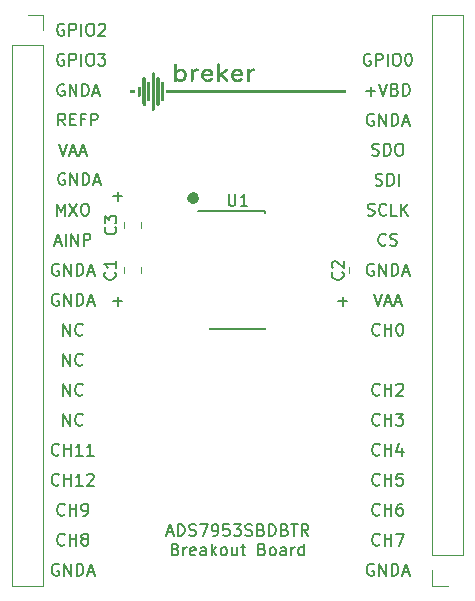
<source format=gbr>
G04 #@! TF.GenerationSoftware,KiCad,Pcbnew,(5.1.5)-3*
G04 #@! TF.CreationDate,2021-03-06T15:43:58-05:00*
G04 #@! TF.ProjectId,adc7953-breakout,61646337-3935-4332-9d62-7265616b6f75,rev?*
G04 #@! TF.SameCoordinates,Original*
G04 #@! TF.FileFunction,Legend,Top*
G04 #@! TF.FilePolarity,Positive*
%FSLAX46Y46*%
G04 Gerber Fmt 4.6, Leading zero omitted, Abs format (unit mm)*
G04 Created by KiCad (PCBNEW (5.1.5)-3) date 2021-03-06 15:43:58*
%MOMM*%
%LPD*%
G04 APERTURE LIST*
%ADD10C,0.150000*%
%ADD11C,0.750000*%
%ADD12C,0.010000*%
%ADD13C,0.120000*%
G04 APERTURE END LIST*
D10*
X154043809Y-119991666D02*
X154520000Y-119991666D01*
X153948571Y-120277380D02*
X154281904Y-119277380D01*
X154615238Y-120277380D01*
X154948571Y-120277380D02*
X154948571Y-119277380D01*
X155186666Y-119277380D01*
X155329523Y-119325000D01*
X155424761Y-119420238D01*
X155472380Y-119515476D01*
X155520000Y-119705952D01*
X155520000Y-119848809D01*
X155472380Y-120039285D01*
X155424761Y-120134523D01*
X155329523Y-120229761D01*
X155186666Y-120277380D01*
X154948571Y-120277380D01*
X155900952Y-120229761D02*
X156043809Y-120277380D01*
X156281904Y-120277380D01*
X156377142Y-120229761D01*
X156424761Y-120182142D01*
X156472380Y-120086904D01*
X156472380Y-119991666D01*
X156424761Y-119896428D01*
X156377142Y-119848809D01*
X156281904Y-119801190D01*
X156091428Y-119753571D01*
X155996190Y-119705952D01*
X155948571Y-119658333D01*
X155900952Y-119563095D01*
X155900952Y-119467857D01*
X155948571Y-119372619D01*
X155996190Y-119325000D01*
X156091428Y-119277380D01*
X156329523Y-119277380D01*
X156472380Y-119325000D01*
X156805714Y-119277380D02*
X157472380Y-119277380D01*
X157043809Y-120277380D01*
X157900952Y-120277380D02*
X158091428Y-120277380D01*
X158186666Y-120229761D01*
X158234285Y-120182142D01*
X158329523Y-120039285D01*
X158377142Y-119848809D01*
X158377142Y-119467857D01*
X158329523Y-119372619D01*
X158281904Y-119325000D01*
X158186666Y-119277380D01*
X157996190Y-119277380D01*
X157900952Y-119325000D01*
X157853333Y-119372619D01*
X157805714Y-119467857D01*
X157805714Y-119705952D01*
X157853333Y-119801190D01*
X157900952Y-119848809D01*
X157996190Y-119896428D01*
X158186666Y-119896428D01*
X158281904Y-119848809D01*
X158329523Y-119801190D01*
X158377142Y-119705952D01*
X159281904Y-119277380D02*
X158805714Y-119277380D01*
X158758095Y-119753571D01*
X158805714Y-119705952D01*
X158900952Y-119658333D01*
X159139047Y-119658333D01*
X159234285Y-119705952D01*
X159281904Y-119753571D01*
X159329523Y-119848809D01*
X159329523Y-120086904D01*
X159281904Y-120182142D01*
X159234285Y-120229761D01*
X159139047Y-120277380D01*
X158900952Y-120277380D01*
X158805714Y-120229761D01*
X158758095Y-120182142D01*
X159662857Y-119277380D02*
X160281904Y-119277380D01*
X159948571Y-119658333D01*
X160091428Y-119658333D01*
X160186666Y-119705952D01*
X160234285Y-119753571D01*
X160281904Y-119848809D01*
X160281904Y-120086904D01*
X160234285Y-120182142D01*
X160186666Y-120229761D01*
X160091428Y-120277380D01*
X159805714Y-120277380D01*
X159710476Y-120229761D01*
X159662857Y-120182142D01*
X160662857Y-120229761D02*
X160805714Y-120277380D01*
X161043809Y-120277380D01*
X161139047Y-120229761D01*
X161186666Y-120182142D01*
X161234285Y-120086904D01*
X161234285Y-119991666D01*
X161186666Y-119896428D01*
X161139047Y-119848809D01*
X161043809Y-119801190D01*
X160853333Y-119753571D01*
X160758095Y-119705952D01*
X160710476Y-119658333D01*
X160662857Y-119563095D01*
X160662857Y-119467857D01*
X160710476Y-119372619D01*
X160758095Y-119325000D01*
X160853333Y-119277380D01*
X161091428Y-119277380D01*
X161234285Y-119325000D01*
X161996190Y-119753571D02*
X162139047Y-119801190D01*
X162186666Y-119848809D01*
X162234285Y-119944047D01*
X162234285Y-120086904D01*
X162186666Y-120182142D01*
X162139047Y-120229761D01*
X162043809Y-120277380D01*
X161662857Y-120277380D01*
X161662857Y-119277380D01*
X161996190Y-119277380D01*
X162091428Y-119325000D01*
X162139047Y-119372619D01*
X162186666Y-119467857D01*
X162186666Y-119563095D01*
X162139047Y-119658333D01*
X162091428Y-119705952D01*
X161996190Y-119753571D01*
X161662857Y-119753571D01*
X162662857Y-120277380D02*
X162662857Y-119277380D01*
X162900952Y-119277380D01*
X163043809Y-119325000D01*
X163139047Y-119420238D01*
X163186666Y-119515476D01*
X163234285Y-119705952D01*
X163234285Y-119848809D01*
X163186666Y-120039285D01*
X163139047Y-120134523D01*
X163043809Y-120229761D01*
X162900952Y-120277380D01*
X162662857Y-120277380D01*
X163996190Y-119753571D02*
X164139047Y-119801190D01*
X164186666Y-119848809D01*
X164234285Y-119944047D01*
X164234285Y-120086904D01*
X164186666Y-120182142D01*
X164139047Y-120229761D01*
X164043809Y-120277380D01*
X163662857Y-120277380D01*
X163662857Y-119277380D01*
X163996190Y-119277380D01*
X164091428Y-119325000D01*
X164139047Y-119372619D01*
X164186666Y-119467857D01*
X164186666Y-119563095D01*
X164139047Y-119658333D01*
X164091428Y-119705952D01*
X163996190Y-119753571D01*
X163662857Y-119753571D01*
X164520000Y-119277380D02*
X165091428Y-119277380D01*
X164805714Y-120277380D02*
X164805714Y-119277380D01*
X165996190Y-120277380D02*
X165662857Y-119801190D01*
X165424761Y-120277380D02*
X165424761Y-119277380D01*
X165805714Y-119277380D01*
X165900952Y-119325000D01*
X165948571Y-119372619D01*
X165996190Y-119467857D01*
X165996190Y-119610714D01*
X165948571Y-119705952D01*
X165900952Y-119753571D01*
X165805714Y-119801190D01*
X165424761Y-119801190D01*
X154758095Y-121403571D02*
X154900952Y-121451190D01*
X154948571Y-121498809D01*
X154996190Y-121594047D01*
X154996190Y-121736904D01*
X154948571Y-121832142D01*
X154900952Y-121879761D01*
X154805714Y-121927380D01*
X154424761Y-121927380D01*
X154424761Y-120927380D01*
X154758095Y-120927380D01*
X154853333Y-120975000D01*
X154900952Y-121022619D01*
X154948571Y-121117857D01*
X154948571Y-121213095D01*
X154900952Y-121308333D01*
X154853333Y-121355952D01*
X154758095Y-121403571D01*
X154424761Y-121403571D01*
X155424761Y-121927380D02*
X155424761Y-121260714D01*
X155424761Y-121451190D02*
X155472380Y-121355952D01*
X155520000Y-121308333D01*
X155615238Y-121260714D01*
X155710476Y-121260714D01*
X156424761Y-121879761D02*
X156329523Y-121927380D01*
X156139047Y-121927380D01*
X156043809Y-121879761D01*
X155996190Y-121784523D01*
X155996190Y-121403571D01*
X156043809Y-121308333D01*
X156139047Y-121260714D01*
X156329523Y-121260714D01*
X156424761Y-121308333D01*
X156472380Y-121403571D01*
X156472380Y-121498809D01*
X155996190Y-121594047D01*
X157329523Y-121927380D02*
X157329523Y-121403571D01*
X157281904Y-121308333D01*
X157186666Y-121260714D01*
X156996190Y-121260714D01*
X156900952Y-121308333D01*
X157329523Y-121879761D02*
X157234285Y-121927380D01*
X156996190Y-121927380D01*
X156900952Y-121879761D01*
X156853333Y-121784523D01*
X156853333Y-121689285D01*
X156900952Y-121594047D01*
X156996190Y-121546428D01*
X157234285Y-121546428D01*
X157329523Y-121498809D01*
X157805714Y-121927380D02*
X157805714Y-120927380D01*
X157900952Y-121546428D02*
X158186666Y-121927380D01*
X158186666Y-121260714D02*
X157805714Y-121641666D01*
X158758095Y-121927380D02*
X158662857Y-121879761D01*
X158615238Y-121832142D01*
X158567619Y-121736904D01*
X158567619Y-121451190D01*
X158615238Y-121355952D01*
X158662857Y-121308333D01*
X158758095Y-121260714D01*
X158900952Y-121260714D01*
X158996190Y-121308333D01*
X159043809Y-121355952D01*
X159091428Y-121451190D01*
X159091428Y-121736904D01*
X159043809Y-121832142D01*
X158996190Y-121879761D01*
X158900952Y-121927380D01*
X158758095Y-121927380D01*
X159948571Y-121260714D02*
X159948571Y-121927380D01*
X159520000Y-121260714D02*
X159520000Y-121784523D01*
X159567619Y-121879761D01*
X159662857Y-121927380D01*
X159805714Y-121927380D01*
X159900952Y-121879761D01*
X159948571Y-121832142D01*
X160281904Y-121260714D02*
X160662857Y-121260714D01*
X160424761Y-120927380D02*
X160424761Y-121784523D01*
X160472380Y-121879761D01*
X160567619Y-121927380D01*
X160662857Y-121927380D01*
X162091428Y-121403571D02*
X162234285Y-121451190D01*
X162281904Y-121498809D01*
X162329523Y-121594047D01*
X162329523Y-121736904D01*
X162281904Y-121832142D01*
X162234285Y-121879761D01*
X162139047Y-121927380D01*
X161758095Y-121927380D01*
X161758095Y-120927380D01*
X162091428Y-120927380D01*
X162186666Y-120975000D01*
X162234285Y-121022619D01*
X162281904Y-121117857D01*
X162281904Y-121213095D01*
X162234285Y-121308333D01*
X162186666Y-121355952D01*
X162091428Y-121403571D01*
X161758095Y-121403571D01*
X162900952Y-121927380D02*
X162805714Y-121879761D01*
X162758095Y-121832142D01*
X162710476Y-121736904D01*
X162710476Y-121451190D01*
X162758095Y-121355952D01*
X162805714Y-121308333D01*
X162900952Y-121260714D01*
X163043809Y-121260714D01*
X163139047Y-121308333D01*
X163186666Y-121355952D01*
X163234285Y-121451190D01*
X163234285Y-121736904D01*
X163186666Y-121832142D01*
X163139047Y-121879761D01*
X163043809Y-121927380D01*
X162900952Y-121927380D01*
X164091428Y-121927380D02*
X164091428Y-121403571D01*
X164043809Y-121308333D01*
X163948571Y-121260714D01*
X163758095Y-121260714D01*
X163662857Y-121308333D01*
X164091428Y-121879761D02*
X163996190Y-121927380D01*
X163758095Y-121927380D01*
X163662857Y-121879761D01*
X163615238Y-121784523D01*
X163615238Y-121689285D01*
X163662857Y-121594047D01*
X163758095Y-121546428D01*
X163996190Y-121546428D01*
X164091428Y-121498809D01*
X164567619Y-121927380D02*
X164567619Y-121260714D01*
X164567619Y-121451190D02*
X164615238Y-121355952D01*
X164662857Y-121308333D01*
X164758095Y-121260714D01*
X164853333Y-121260714D01*
X165615238Y-121927380D02*
X165615238Y-120927380D01*
X165615238Y-121879761D02*
X165520000Y-121927380D01*
X165329523Y-121927380D01*
X165234285Y-121879761D01*
X165186666Y-121832142D01*
X165139047Y-121736904D01*
X165139047Y-121451190D01*
X165186666Y-121355952D01*
X165234285Y-121308333D01*
X165329523Y-121260714D01*
X165520000Y-121260714D01*
X165615238Y-121308333D01*
X171243809Y-79510000D02*
X171148571Y-79462380D01*
X171005714Y-79462380D01*
X170862857Y-79510000D01*
X170767619Y-79605238D01*
X170720000Y-79700476D01*
X170672380Y-79890952D01*
X170672380Y-80033809D01*
X170720000Y-80224285D01*
X170767619Y-80319523D01*
X170862857Y-80414761D01*
X171005714Y-80462380D01*
X171100952Y-80462380D01*
X171243809Y-80414761D01*
X171291428Y-80367142D01*
X171291428Y-80033809D01*
X171100952Y-80033809D01*
X171720000Y-80462380D02*
X171720000Y-79462380D01*
X172100952Y-79462380D01*
X172196190Y-79510000D01*
X172243809Y-79557619D01*
X172291428Y-79652857D01*
X172291428Y-79795714D01*
X172243809Y-79890952D01*
X172196190Y-79938571D01*
X172100952Y-79986190D01*
X171720000Y-79986190D01*
X172720000Y-80462380D02*
X172720000Y-79462380D01*
X173386666Y-79462380D02*
X173577142Y-79462380D01*
X173672380Y-79510000D01*
X173767619Y-79605238D01*
X173815238Y-79795714D01*
X173815238Y-80129047D01*
X173767619Y-80319523D01*
X173672380Y-80414761D01*
X173577142Y-80462380D01*
X173386666Y-80462380D01*
X173291428Y-80414761D01*
X173196190Y-80319523D01*
X173148571Y-80129047D01*
X173148571Y-79795714D01*
X173196190Y-79605238D01*
X173291428Y-79510000D01*
X173386666Y-79462380D01*
X174434285Y-79462380D02*
X174529523Y-79462380D01*
X174624761Y-79510000D01*
X174672380Y-79557619D01*
X174720000Y-79652857D01*
X174767619Y-79843333D01*
X174767619Y-80081428D01*
X174720000Y-80271904D01*
X174672380Y-80367142D01*
X174624761Y-80414761D01*
X174529523Y-80462380D01*
X174434285Y-80462380D01*
X174339047Y-80414761D01*
X174291428Y-80367142D01*
X174243809Y-80271904D01*
X174196190Y-80081428D01*
X174196190Y-79843333D01*
X174243809Y-79652857D01*
X174291428Y-79557619D01*
X174339047Y-79510000D01*
X174434285Y-79462380D01*
X170910476Y-82621428D02*
X171672380Y-82621428D01*
X171291428Y-83002380D02*
X171291428Y-82240476D01*
X172005714Y-82002380D02*
X172339047Y-83002380D01*
X172672380Y-82002380D01*
X173339047Y-82478571D02*
X173481904Y-82526190D01*
X173529523Y-82573809D01*
X173577142Y-82669047D01*
X173577142Y-82811904D01*
X173529523Y-82907142D01*
X173481904Y-82954761D01*
X173386666Y-83002380D01*
X173005714Y-83002380D01*
X173005714Y-82002380D01*
X173339047Y-82002380D01*
X173434285Y-82050000D01*
X173481904Y-82097619D01*
X173529523Y-82192857D01*
X173529523Y-82288095D01*
X173481904Y-82383333D01*
X173434285Y-82430952D01*
X173339047Y-82478571D01*
X173005714Y-82478571D01*
X174005714Y-83002380D02*
X174005714Y-82002380D01*
X174243809Y-82002380D01*
X174386666Y-82050000D01*
X174481904Y-82145238D01*
X174529523Y-82240476D01*
X174577142Y-82430952D01*
X174577142Y-82573809D01*
X174529523Y-82764285D01*
X174481904Y-82859523D01*
X174386666Y-82954761D01*
X174243809Y-83002380D01*
X174005714Y-83002380D01*
X171529523Y-84590000D02*
X171434285Y-84542380D01*
X171291428Y-84542380D01*
X171148571Y-84590000D01*
X171053333Y-84685238D01*
X171005714Y-84780476D01*
X170958095Y-84970952D01*
X170958095Y-85113809D01*
X171005714Y-85304285D01*
X171053333Y-85399523D01*
X171148571Y-85494761D01*
X171291428Y-85542380D01*
X171386666Y-85542380D01*
X171529523Y-85494761D01*
X171577142Y-85447142D01*
X171577142Y-85113809D01*
X171386666Y-85113809D01*
X172005714Y-85542380D02*
X172005714Y-84542380D01*
X172577142Y-85542380D01*
X172577142Y-84542380D01*
X173053333Y-85542380D02*
X173053333Y-84542380D01*
X173291428Y-84542380D01*
X173434285Y-84590000D01*
X173529523Y-84685238D01*
X173577142Y-84780476D01*
X173624761Y-84970952D01*
X173624761Y-85113809D01*
X173577142Y-85304285D01*
X173529523Y-85399523D01*
X173434285Y-85494761D01*
X173291428Y-85542380D01*
X173053333Y-85542380D01*
X174005714Y-85256666D02*
X174481904Y-85256666D01*
X173910476Y-85542380D02*
X174243809Y-84542380D01*
X174577142Y-85542380D01*
X171410476Y-88034761D02*
X171553333Y-88082380D01*
X171791428Y-88082380D01*
X171886666Y-88034761D01*
X171934285Y-87987142D01*
X171981904Y-87891904D01*
X171981904Y-87796666D01*
X171934285Y-87701428D01*
X171886666Y-87653809D01*
X171791428Y-87606190D01*
X171600952Y-87558571D01*
X171505714Y-87510952D01*
X171458095Y-87463333D01*
X171410476Y-87368095D01*
X171410476Y-87272857D01*
X171458095Y-87177619D01*
X171505714Y-87130000D01*
X171600952Y-87082380D01*
X171839047Y-87082380D01*
X171981904Y-87130000D01*
X172410476Y-88082380D02*
X172410476Y-87082380D01*
X172648571Y-87082380D01*
X172791428Y-87130000D01*
X172886666Y-87225238D01*
X172934285Y-87320476D01*
X172981904Y-87510952D01*
X172981904Y-87653809D01*
X172934285Y-87844285D01*
X172886666Y-87939523D01*
X172791428Y-88034761D01*
X172648571Y-88082380D01*
X172410476Y-88082380D01*
X173600952Y-87082380D02*
X173791428Y-87082380D01*
X173886666Y-87130000D01*
X173981904Y-87225238D01*
X174029523Y-87415714D01*
X174029523Y-87749047D01*
X173981904Y-87939523D01*
X173886666Y-88034761D01*
X173791428Y-88082380D01*
X173600952Y-88082380D01*
X173505714Y-88034761D01*
X173410476Y-87939523D01*
X173362857Y-87749047D01*
X173362857Y-87415714D01*
X173410476Y-87225238D01*
X173505714Y-87130000D01*
X173600952Y-87082380D01*
X171696190Y-90574761D02*
X171839047Y-90622380D01*
X172077142Y-90622380D01*
X172172380Y-90574761D01*
X172220000Y-90527142D01*
X172267619Y-90431904D01*
X172267619Y-90336666D01*
X172220000Y-90241428D01*
X172172380Y-90193809D01*
X172077142Y-90146190D01*
X171886666Y-90098571D01*
X171791428Y-90050952D01*
X171743809Y-90003333D01*
X171696190Y-89908095D01*
X171696190Y-89812857D01*
X171743809Y-89717619D01*
X171791428Y-89670000D01*
X171886666Y-89622380D01*
X172124761Y-89622380D01*
X172267619Y-89670000D01*
X172696190Y-90622380D02*
X172696190Y-89622380D01*
X172934285Y-89622380D01*
X173077142Y-89670000D01*
X173172380Y-89765238D01*
X173220000Y-89860476D01*
X173267619Y-90050952D01*
X173267619Y-90193809D01*
X173220000Y-90384285D01*
X173172380Y-90479523D01*
X173077142Y-90574761D01*
X172934285Y-90622380D01*
X172696190Y-90622380D01*
X173696190Y-90622380D02*
X173696190Y-89622380D01*
X171029523Y-93114761D02*
X171172380Y-93162380D01*
X171410476Y-93162380D01*
X171505714Y-93114761D01*
X171553333Y-93067142D01*
X171600952Y-92971904D01*
X171600952Y-92876666D01*
X171553333Y-92781428D01*
X171505714Y-92733809D01*
X171410476Y-92686190D01*
X171220000Y-92638571D01*
X171124761Y-92590952D01*
X171077142Y-92543333D01*
X171029523Y-92448095D01*
X171029523Y-92352857D01*
X171077142Y-92257619D01*
X171124761Y-92210000D01*
X171220000Y-92162380D01*
X171458095Y-92162380D01*
X171600952Y-92210000D01*
X172600952Y-93067142D02*
X172553333Y-93114761D01*
X172410476Y-93162380D01*
X172315238Y-93162380D01*
X172172380Y-93114761D01*
X172077142Y-93019523D01*
X172029523Y-92924285D01*
X171981904Y-92733809D01*
X171981904Y-92590952D01*
X172029523Y-92400476D01*
X172077142Y-92305238D01*
X172172380Y-92210000D01*
X172315238Y-92162380D01*
X172410476Y-92162380D01*
X172553333Y-92210000D01*
X172600952Y-92257619D01*
X173505714Y-93162380D02*
X173029523Y-93162380D01*
X173029523Y-92162380D01*
X173839047Y-93162380D02*
X173839047Y-92162380D01*
X174410476Y-93162380D02*
X173981904Y-92590952D01*
X174410476Y-92162380D02*
X173839047Y-92733809D01*
X172553333Y-95607142D02*
X172505714Y-95654761D01*
X172362857Y-95702380D01*
X172267619Y-95702380D01*
X172124761Y-95654761D01*
X172029523Y-95559523D01*
X171981904Y-95464285D01*
X171934285Y-95273809D01*
X171934285Y-95130952D01*
X171981904Y-94940476D01*
X172029523Y-94845238D01*
X172124761Y-94750000D01*
X172267619Y-94702380D01*
X172362857Y-94702380D01*
X172505714Y-94750000D01*
X172553333Y-94797619D01*
X172934285Y-95654761D02*
X173077142Y-95702380D01*
X173315238Y-95702380D01*
X173410476Y-95654761D01*
X173458095Y-95607142D01*
X173505714Y-95511904D01*
X173505714Y-95416666D01*
X173458095Y-95321428D01*
X173410476Y-95273809D01*
X173315238Y-95226190D01*
X173124761Y-95178571D01*
X173029523Y-95130952D01*
X172981904Y-95083333D01*
X172934285Y-94988095D01*
X172934285Y-94892857D01*
X172981904Y-94797619D01*
X173029523Y-94750000D01*
X173124761Y-94702380D01*
X173362857Y-94702380D01*
X173505714Y-94750000D01*
X171529523Y-97290000D02*
X171434285Y-97242380D01*
X171291428Y-97242380D01*
X171148571Y-97290000D01*
X171053333Y-97385238D01*
X171005714Y-97480476D01*
X170958095Y-97670952D01*
X170958095Y-97813809D01*
X171005714Y-98004285D01*
X171053333Y-98099523D01*
X171148571Y-98194761D01*
X171291428Y-98242380D01*
X171386666Y-98242380D01*
X171529523Y-98194761D01*
X171577142Y-98147142D01*
X171577142Y-97813809D01*
X171386666Y-97813809D01*
X172005714Y-98242380D02*
X172005714Y-97242380D01*
X172577142Y-98242380D01*
X172577142Y-97242380D01*
X173053333Y-98242380D02*
X173053333Y-97242380D01*
X173291428Y-97242380D01*
X173434285Y-97290000D01*
X173529523Y-97385238D01*
X173577142Y-97480476D01*
X173624761Y-97670952D01*
X173624761Y-97813809D01*
X173577142Y-98004285D01*
X173529523Y-98099523D01*
X173434285Y-98194761D01*
X173291428Y-98242380D01*
X173053333Y-98242380D01*
X174005714Y-97956666D02*
X174481904Y-97956666D01*
X173910476Y-98242380D02*
X174243809Y-97242380D01*
X174577142Y-98242380D01*
X171529523Y-99782380D02*
X171862857Y-100782380D01*
X172196190Y-99782380D01*
X172481904Y-100496666D02*
X172958095Y-100496666D01*
X172386666Y-100782380D02*
X172720000Y-99782380D01*
X173053333Y-100782380D01*
X173339047Y-100496666D02*
X173815238Y-100496666D01*
X173243809Y-100782380D02*
X173577142Y-99782380D01*
X173910476Y-100782380D01*
X172029523Y-103227142D02*
X171981904Y-103274761D01*
X171839047Y-103322380D01*
X171743809Y-103322380D01*
X171600952Y-103274761D01*
X171505714Y-103179523D01*
X171458095Y-103084285D01*
X171410476Y-102893809D01*
X171410476Y-102750952D01*
X171458095Y-102560476D01*
X171505714Y-102465238D01*
X171600952Y-102370000D01*
X171743809Y-102322380D01*
X171839047Y-102322380D01*
X171981904Y-102370000D01*
X172029523Y-102417619D01*
X172458095Y-103322380D02*
X172458095Y-102322380D01*
X172458095Y-102798571D02*
X173029523Y-102798571D01*
X173029523Y-103322380D02*
X173029523Y-102322380D01*
X173696190Y-102322380D02*
X173791428Y-102322380D01*
X173886666Y-102370000D01*
X173934285Y-102417619D01*
X173981904Y-102512857D01*
X174029523Y-102703333D01*
X174029523Y-102941428D01*
X173981904Y-103131904D01*
X173934285Y-103227142D01*
X173886666Y-103274761D01*
X173791428Y-103322380D01*
X173696190Y-103322380D01*
X173600952Y-103274761D01*
X173553333Y-103227142D01*
X173505714Y-103131904D01*
X173458095Y-102941428D01*
X173458095Y-102703333D01*
X173505714Y-102512857D01*
X173553333Y-102417619D01*
X173600952Y-102370000D01*
X173696190Y-102322380D01*
X172029523Y-108307142D02*
X171981904Y-108354761D01*
X171839047Y-108402380D01*
X171743809Y-108402380D01*
X171600952Y-108354761D01*
X171505714Y-108259523D01*
X171458095Y-108164285D01*
X171410476Y-107973809D01*
X171410476Y-107830952D01*
X171458095Y-107640476D01*
X171505714Y-107545238D01*
X171600952Y-107450000D01*
X171743809Y-107402380D01*
X171839047Y-107402380D01*
X171981904Y-107450000D01*
X172029523Y-107497619D01*
X172458095Y-108402380D02*
X172458095Y-107402380D01*
X172458095Y-107878571D02*
X173029523Y-107878571D01*
X173029523Y-108402380D02*
X173029523Y-107402380D01*
X173458095Y-107497619D02*
X173505714Y-107450000D01*
X173600952Y-107402380D01*
X173839047Y-107402380D01*
X173934285Y-107450000D01*
X173981904Y-107497619D01*
X174029523Y-107592857D01*
X174029523Y-107688095D01*
X173981904Y-107830952D01*
X173410476Y-108402380D01*
X174029523Y-108402380D01*
X172029523Y-110847142D02*
X171981904Y-110894761D01*
X171839047Y-110942380D01*
X171743809Y-110942380D01*
X171600952Y-110894761D01*
X171505714Y-110799523D01*
X171458095Y-110704285D01*
X171410476Y-110513809D01*
X171410476Y-110370952D01*
X171458095Y-110180476D01*
X171505714Y-110085238D01*
X171600952Y-109990000D01*
X171743809Y-109942380D01*
X171839047Y-109942380D01*
X171981904Y-109990000D01*
X172029523Y-110037619D01*
X172458095Y-110942380D02*
X172458095Y-109942380D01*
X172458095Y-110418571D02*
X173029523Y-110418571D01*
X173029523Y-110942380D02*
X173029523Y-109942380D01*
X173410476Y-109942380D02*
X174029523Y-109942380D01*
X173696190Y-110323333D01*
X173839047Y-110323333D01*
X173934285Y-110370952D01*
X173981904Y-110418571D01*
X174029523Y-110513809D01*
X174029523Y-110751904D01*
X173981904Y-110847142D01*
X173934285Y-110894761D01*
X173839047Y-110942380D01*
X173553333Y-110942380D01*
X173458095Y-110894761D01*
X173410476Y-110847142D01*
X172029523Y-113387142D02*
X171981904Y-113434761D01*
X171839047Y-113482380D01*
X171743809Y-113482380D01*
X171600952Y-113434761D01*
X171505714Y-113339523D01*
X171458095Y-113244285D01*
X171410476Y-113053809D01*
X171410476Y-112910952D01*
X171458095Y-112720476D01*
X171505714Y-112625238D01*
X171600952Y-112530000D01*
X171743809Y-112482380D01*
X171839047Y-112482380D01*
X171981904Y-112530000D01*
X172029523Y-112577619D01*
X172458095Y-113482380D02*
X172458095Y-112482380D01*
X172458095Y-112958571D02*
X173029523Y-112958571D01*
X173029523Y-113482380D02*
X173029523Y-112482380D01*
X173934285Y-112815714D02*
X173934285Y-113482380D01*
X173696190Y-112434761D02*
X173458095Y-113149047D01*
X174077142Y-113149047D01*
X172029523Y-115927142D02*
X171981904Y-115974761D01*
X171839047Y-116022380D01*
X171743809Y-116022380D01*
X171600952Y-115974761D01*
X171505714Y-115879523D01*
X171458095Y-115784285D01*
X171410476Y-115593809D01*
X171410476Y-115450952D01*
X171458095Y-115260476D01*
X171505714Y-115165238D01*
X171600952Y-115070000D01*
X171743809Y-115022380D01*
X171839047Y-115022380D01*
X171981904Y-115070000D01*
X172029523Y-115117619D01*
X172458095Y-116022380D02*
X172458095Y-115022380D01*
X172458095Y-115498571D02*
X173029523Y-115498571D01*
X173029523Y-116022380D02*
X173029523Y-115022380D01*
X173981904Y-115022380D02*
X173505714Y-115022380D01*
X173458095Y-115498571D01*
X173505714Y-115450952D01*
X173600952Y-115403333D01*
X173839047Y-115403333D01*
X173934285Y-115450952D01*
X173981904Y-115498571D01*
X174029523Y-115593809D01*
X174029523Y-115831904D01*
X173981904Y-115927142D01*
X173934285Y-115974761D01*
X173839047Y-116022380D01*
X173600952Y-116022380D01*
X173505714Y-115974761D01*
X173458095Y-115927142D01*
X172029523Y-118467142D02*
X171981904Y-118514761D01*
X171839047Y-118562380D01*
X171743809Y-118562380D01*
X171600952Y-118514761D01*
X171505714Y-118419523D01*
X171458095Y-118324285D01*
X171410476Y-118133809D01*
X171410476Y-117990952D01*
X171458095Y-117800476D01*
X171505714Y-117705238D01*
X171600952Y-117610000D01*
X171743809Y-117562380D01*
X171839047Y-117562380D01*
X171981904Y-117610000D01*
X172029523Y-117657619D01*
X172458095Y-118562380D02*
X172458095Y-117562380D01*
X172458095Y-118038571D02*
X173029523Y-118038571D01*
X173029523Y-118562380D02*
X173029523Y-117562380D01*
X173934285Y-117562380D02*
X173743809Y-117562380D01*
X173648571Y-117610000D01*
X173600952Y-117657619D01*
X173505714Y-117800476D01*
X173458095Y-117990952D01*
X173458095Y-118371904D01*
X173505714Y-118467142D01*
X173553333Y-118514761D01*
X173648571Y-118562380D01*
X173839047Y-118562380D01*
X173934285Y-118514761D01*
X173981904Y-118467142D01*
X174029523Y-118371904D01*
X174029523Y-118133809D01*
X173981904Y-118038571D01*
X173934285Y-117990952D01*
X173839047Y-117943333D01*
X173648571Y-117943333D01*
X173553333Y-117990952D01*
X173505714Y-118038571D01*
X173458095Y-118133809D01*
X172029523Y-121007142D02*
X171981904Y-121054761D01*
X171839047Y-121102380D01*
X171743809Y-121102380D01*
X171600952Y-121054761D01*
X171505714Y-120959523D01*
X171458095Y-120864285D01*
X171410476Y-120673809D01*
X171410476Y-120530952D01*
X171458095Y-120340476D01*
X171505714Y-120245238D01*
X171600952Y-120150000D01*
X171743809Y-120102380D01*
X171839047Y-120102380D01*
X171981904Y-120150000D01*
X172029523Y-120197619D01*
X172458095Y-121102380D02*
X172458095Y-120102380D01*
X172458095Y-120578571D02*
X173029523Y-120578571D01*
X173029523Y-121102380D02*
X173029523Y-120102380D01*
X173410476Y-120102380D02*
X174077142Y-120102380D01*
X173648571Y-121102380D01*
X171529523Y-122690000D02*
X171434285Y-122642380D01*
X171291428Y-122642380D01*
X171148571Y-122690000D01*
X171053333Y-122785238D01*
X171005714Y-122880476D01*
X170958095Y-123070952D01*
X170958095Y-123213809D01*
X171005714Y-123404285D01*
X171053333Y-123499523D01*
X171148571Y-123594761D01*
X171291428Y-123642380D01*
X171386666Y-123642380D01*
X171529523Y-123594761D01*
X171577142Y-123547142D01*
X171577142Y-123213809D01*
X171386666Y-123213809D01*
X172005714Y-123642380D02*
X172005714Y-122642380D01*
X172577142Y-123642380D01*
X172577142Y-122642380D01*
X173053333Y-123642380D02*
X173053333Y-122642380D01*
X173291428Y-122642380D01*
X173434285Y-122690000D01*
X173529523Y-122785238D01*
X173577142Y-122880476D01*
X173624761Y-123070952D01*
X173624761Y-123213809D01*
X173577142Y-123404285D01*
X173529523Y-123499523D01*
X173434285Y-123594761D01*
X173291428Y-123642380D01*
X173053333Y-123642380D01*
X174005714Y-123356666D02*
X174481904Y-123356666D01*
X173910476Y-123642380D02*
X174243809Y-122642380D01*
X174577142Y-123642380D01*
X144859523Y-122690000D02*
X144764285Y-122642380D01*
X144621428Y-122642380D01*
X144478571Y-122690000D01*
X144383333Y-122785238D01*
X144335714Y-122880476D01*
X144288095Y-123070952D01*
X144288095Y-123213809D01*
X144335714Y-123404285D01*
X144383333Y-123499523D01*
X144478571Y-123594761D01*
X144621428Y-123642380D01*
X144716666Y-123642380D01*
X144859523Y-123594761D01*
X144907142Y-123547142D01*
X144907142Y-123213809D01*
X144716666Y-123213809D01*
X145335714Y-123642380D02*
X145335714Y-122642380D01*
X145907142Y-123642380D01*
X145907142Y-122642380D01*
X146383333Y-123642380D02*
X146383333Y-122642380D01*
X146621428Y-122642380D01*
X146764285Y-122690000D01*
X146859523Y-122785238D01*
X146907142Y-122880476D01*
X146954761Y-123070952D01*
X146954761Y-123213809D01*
X146907142Y-123404285D01*
X146859523Y-123499523D01*
X146764285Y-123594761D01*
X146621428Y-123642380D01*
X146383333Y-123642380D01*
X147335714Y-123356666D02*
X147811904Y-123356666D01*
X147240476Y-123642380D02*
X147573809Y-122642380D01*
X147907142Y-123642380D01*
X145359523Y-121007142D02*
X145311904Y-121054761D01*
X145169047Y-121102380D01*
X145073809Y-121102380D01*
X144930952Y-121054761D01*
X144835714Y-120959523D01*
X144788095Y-120864285D01*
X144740476Y-120673809D01*
X144740476Y-120530952D01*
X144788095Y-120340476D01*
X144835714Y-120245238D01*
X144930952Y-120150000D01*
X145073809Y-120102380D01*
X145169047Y-120102380D01*
X145311904Y-120150000D01*
X145359523Y-120197619D01*
X145788095Y-121102380D02*
X145788095Y-120102380D01*
X145788095Y-120578571D02*
X146359523Y-120578571D01*
X146359523Y-121102380D02*
X146359523Y-120102380D01*
X146978571Y-120530952D02*
X146883333Y-120483333D01*
X146835714Y-120435714D01*
X146788095Y-120340476D01*
X146788095Y-120292857D01*
X146835714Y-120197619D01*
X146883333Y-120150000D01*
X146978571Y-120102380D01*
X147169047Y-120102380D01*
X147264285Y-120150000D01*
X147311904Y-120197619D01*
X147359523Y-120292857D01*
X147359523Y-120340476D01*
X147311904Y-120435714D01*
X147264285Y-120483333D01*
X147169047Y-120530952D01*
X146978571Y-120530952D01*
X146883333Y-120578571D01*
X146835714Y-120626190D01*
X146788095Y-120721428D01*
X146788095Y-120911904D01*
X146835714Y-121007142D01*
X146883333Y-121054761D01*
X146978571Y-121102380D01*
X147169047Y-121102380D01*
X147264285Y-121054761D01*
X147311904Y-121007142D01*
X147359523Y-120911904D01*
X147359523Y-120721428D01*
X147311904Y-120626190D01*
X147264285Y-120578571D01*
X147169047Y-120530952D01*
X145359523Y-118467142D02*
X145311904Y-118514761D01*
X145169047Y-118562380D01*
X145073809Y-118562380D01*
X144930952Y-118514761D01*
X144835714Y-118419523D01*
X144788095Y-118324285D01*
X144740476Y-118133809D01*
X144740476Y-117990952D01*
X144788095Y-117800476D01*
X144835714Y-117705238D01*
X144930952Y-117610000D01*
X145073809Y-117562380D01*
X145169047Y-117562380D01*
X145311904Y-117610000D01*
X145359523Y-117657619D01*
X145788095Y-118562380D02*
X145788095Y-117562380D01*
X145788095Y-118038571D02*
X146359523Y-118038571D01*
X146359523Y-118562380D02*
X146359523Y-117562380D01*
X146883333Y-118562380D02*
X147073809Y-118562380D01*
X147169047Y-118514761D01*
X147216666Y-118467142D01*
X147311904Y-118324285D01*
X147359523Y-118133809D01*
X147359523Y-117752857D01*
X147311904Y-117657619D01*
X147264285Y-117610000D01*
X147169047Y-117562380D01*
X146978571Y-117562380D01*
X146883333Y-117610000D01*
X146835714Y-117657619D01*
X146788095Y-117752857D01*
X146788095Y-117990952D01*
X146835714Y-118086190D01*
X146883333Y-118133809D01*
X146978571Y-118181428D01*
X147169047Y-118181428D01*
X147264285Y-118133809D01*
X147311904Y-118086190D01*
X147359523Y-117990952D01*
X144883333Y-115927142D02*
X144835714Y-115974761D01*
X144692857Y-116022380D01*
X144597619Y-116022380D01*
X144454761Y-115974761D01*
X144359523Y-115879523D01*
X144311904Y-115784285D01*
X144264285Y-115593809D01*
X144264285Y-115450952D01*
X144311904Y-115260476D01*
X144359523Y-115165238D01*
X144454761Y-115070000D01*
X144597619Y-115022380D01*
X144692857Y-115022380D01*
X144835714Y-115070000D01*
X144883333Y-115117619D01*
X145311904Y-116022380D02*
X145311904Y-115022380D01*
X145311904Y-115498571D02*
X145883333Y-115498571D01*
X145883333Y-116022380D02*
X145883333Y-115022380D01*
X146883333Y-116022380D02*
X146311904Y-116022380D01*
X146597619Y-116022380D02*
X146597619Y-115022380D01*
X146502380Y-115165238D01*
X146407142Y-115260476D01*
X146311904Y-115308095D01*
X147264285Y-115117619D02*
X147311904Y-115070000D01*
X147407142Y-115022380D01*
X147645238Y-115022380D01*
X147740476Y-115070000D01*
X147788095Y-115117619D01*
X147835714Y-115212857D01*
X147835714Y-115308095D01*
X147788095Y-115450952D01*
X147216666Y-116022380D01*
X147835714Y-116022380D01*
X144883333Y-113387142D02*
X144835714Y-113434761D01*
X144692857Y-113482380D01*
X144597619Y-113482380D01*
X144454761Y-113434761D01*
X144359523Y-113339523D01*
X144311904Y-113244285D01*
X144264285Y-113053809D01*
X144264285Y-112910952D01*
X144311904Y-112720476D01*
X144359523Y-112625238D01*
X144454761Y-112530000D01*
X144597619Y-112482380D01*
X144692857Y-112482380D01*
X144835714Y-112530000D01*
X144883333Y-112577619D01*
X145311904Y-113482380D02*
X145311904Y-112482380D01*
X145311904Y-112958571D02*
X145883333Y-112958571D01*
X145883333Y-113482380D02*
X145883333Y-112482380D01*
X146883333Y-113482380D02*
X146311904Y-113482380D01*
X146597619Y-113482380D02*
X146597619Y-112482380D01*
X146502380Y-112625238D01*
X146407142Y-112720476D01*
X146311904Y-112768095D01*
X147835714Y-113482380D02*
X147264285Y-113482380D01*
X147550000Y-113482380D02*
X147550000Y-112482380D01*
X147454761Y-112625238D01*
X147359523Y-112720476D01*
X147264285Y-112768095D01*
X145264285Y-110942380D02*
X145264285Y-109942380D01*
X145835714Y-110942380D01*
X145835714Y-109942380D01*
X146883333Y-110847142D02*
X146835714Y-110894761D01*
X146692857Y-110942380D01*
X146597619Y-110942380D01*
X146454761Y-110894761D01*
X146359523Y-110799523D01*
X146311904Y-110704285D01*
X146264285Y-110513809D01*
X146264285Y-110370952D01*
X146311904Y-110180476D01*
X146359523Y-110085238D01*
X146454761Y-109990000D01*
X146597619Y-109942380D01*
X146692857Y-109942380D01*
X146835714Y-109990000D01*
X146883333Y-110037619D01*
X145264285Y-108402380D02*
X145264285Y-107402380D01*
X145835714Y-108402380D01*
X145835714Y-107402380D01*
X146883333Y-108307142D02*
X146835714Y-108354761D01*
X146692857Y-108402380D01*
X146597619Y-108402380D01*
X146454761Y-108354761D01*
X146359523Y-108259523D01*
X146311904Y-108164285D01*
X146264285Y-107973809D01*
X146264285Y-107830952D01*
X146311904Y-107640476D01*
X146359523Y-107545238D01*
X146454761Y-107450000D01*
X146597619Y-107402380D01*
X146692857Y-107402380D01*
X146835714Y-107450000D01*
X146883333Y-107497619D01*
X145264285Y-105862380D02*
X145264285Y-104862380D01*
X145835714Y-105862380D01*
X145835714Y-104862380D01*
X146883333Y-105767142D02*
X146835714Y-105814761D01*
X146692857Y-105862380D01*
X146597619Y-105862380D01*
X146454761Y-105814761D01*
X146359523Y-105719523D01*
X146311904Y-105624285D01*
X146264285Y-105433809D01*
X146264285Y-105290952D01*
X146311904Y-105100476D01*
X146359523Y-105005238D01*
X146454761Y-104910000D01*
X146597619Y-104862380D01*
X146692857Y-104862380D01*
X146835714Y-104910000D01*
X146883333Y-104957619D01*
X145264285Y-103322380D02*
X145264285Y-102322380D01*
X145835714Y-103322380D01*
X145835714Y-102322380D01*
X146883333Y-103227142D02*
X146835714Y-103274761D01*
X146692857Y-103322380D01*
X146597619Y-103322380D01*
X146454761Y-103274761D01*
X146359523Y-103179523D01*
X146311904Y-103084285D01*
X146264285Y-102893809D01*
X146264285Y-102750952D01*
X146311904Y-102560476D01*
X146359523Y-102465238D01*
X146454761Y-102370000D01*
X146597619Y-102322380D01*
X146692857Y-102322380D01*
X146835714Y-102370000D01*
X146883333Y-102417619D01*
X144859523Y-99830000D02*
X144764285Y-99782380D01*
X144621428Y-99782380D01*
X144478571Y-99830000D01*
X144383333Y-99925238D01*
X144335714Y-100020476D01*
X144288095Y-100210952D01*
X144288095Y-100353809D01*
X144335714Y-100544285D01*
X144383333Y-100639523D01*
X144478571Y-100734761D01*
X144621428Y-100782380D01*
X144716666Y-100782380D01*
X144859523Y-100734761D01*
X144907142Y-100687142D01*
X144907142Y-100353809D01*
X144716666Y-100353809D01*
X145335714Y-100782380D02*
X145335714Y-99782380D01*
X145907142Y-100782380D01*
X145907142Y-99782380D01*
X146383333Y-100782380D02*
X146383333Y-99782380D01*
X146621428Y-99782380D01*
X146764285Y-99830000D01*
X146859523Y-99925238D01*
X146907142Y-100020476D01*
X146954761Y-100210952D01*
X146954761Y-100353809D01*
X146907142Y-100544285D01*
X146859523Y-100639523D01*
X146764285Y-100734761D01*
X146621428Y-100782380D01*
X146383333Y-100782380D01*
X147335714Y-100496666D02*
X147811904Y-100496666D01*
X147240476Y-100782380D02*
X147573809Y-99782380D01*
X147907142Y-100782380D01*
X144859523Y-97290000D02*
X144764285Y-97242380D01*
X144621428Y-97242380D01*
X144478571Y-97290000D01*
X144383333Y-97385238D01*
X144335714Y-97480476D01*
X144288095Y-97670952D01*
X144288095Y-97813809D01*
X144335714Y-98004285D01*
X144383333Y-98099523D01*
X144478571Y-98194761D01*
X144621428Y-98242380D01*
X144716666Y-98242380D01*
X144859523Y-98194761D01*
X144907142Y-98147142D01*
X144907142Y-97813809D01*
X144716666Y-97813809D01*
X145335714Y-98242380D02*
X145335714Y-97242380D01*
X145907142Y-98242380D01*
X145907142Y-97242380D01*
X146383333Y-98242380D02*
X146383333Y-97242380D01*
X146621428Y-97242380D01*
X146764285Y-97290000D01*
X146859523Y-97385238D01*
X146907142Y-97480476D01*
X146954761Y-97670952D01*
X146954761Y-97813809D01*
X146907142Y-98004285D01*
X146859523Y-98099523D01*
X146764285Y-98194761D01*
X146621428Y-98242380D01*
X146383333Y-98242380D01*
X147335714Y-97956666D02*
X147811904Y-97956666D01*
X147240476Y-98242380D02*
X147573809Y-97242380D01*
X147907142Y-98242380D01*
X144550000Y-95416666D02*
X145026190Y-95416666D01*
X144454761Y-95702380D02*
X144788095Y-94702380D01*
X145121428Y-95702380D01*
X145454761Y-95702380D02*
X145454761Y-94702380D01*
X145930952Y-95702380D02*
X145930952Y-94702380D01*
X146502380Y-95702380D01*
X146502380Y-94702380D01*
X146978571Y-95702380D02*
X146978571Y-94702380D01*
X147359523Y-94702380D01*
X147454761Y-94750000D01*
X147502380Y-94797619D01*
X147550000Y-94892857D01*
X147550000Y-95035714D01*
X147502380Y-95130952D01*
X147454761Y-95178571D01*
X147359523Y-95226190D01*
X146978571Y-95226190D01*
X144716666Y-93162380D02*
X144716666Y-92162380D01*
X145050000Y-92876666D01*
X145383333Y-92162380D01*
X145383333Y-93162380D01*
X145764285Y-92162380D02*
X146430952Y-93162380D01*
X146430952Y-92162380D02*
X145764285Y-93162380D01*
X147002380Y-92162380D02*
X147192857Y-92162380D01*
X147288095Y-92210000D01*
X147383333Y-92305238D01*
X147430952Y-92495714D01*
X147430952Y-92829047D01*
X147383333Y-93019523D01*
X147288095Y-93114761D01*
X147192857Y-93162380D01*
X147002380Y-93162380D01*
X146907142Y-93114761D01*
X146811904Y-93019523D01*
X146764285Y-92829047D01*
X146764285Y-92495714D01*
X146811904Y-92305238D01*
X146907142Y-92210000D01*
X147002380Y-92162380D01*
X145369569Y-89615926D02*
X145274331Y-89568306D01*
X145131474Y-89568306D01*
X144988617Y-89615926D01*
X144893379Y-89711164D01*
X144845760Y-89806402D01*
X144798141Y-89996878D01*
X144798141Y-90139735D01*
X144845760Y-90330211D01*
X144893379Y-90425449D01*
X144988617Y-90520687D01*
X145131474Y-90568306D01*
X145226712Y-90568306D01*
X145369569Y-90520687D01*
X145417188Y-90473068D01*
X145417188Y-90139735D01*
X145226712Y-90139735D01*
X145845760Y-90568306D02*
X145845760Y-89568306D01*
X146417188Y-90568306D01*
X146417188Y-89568306D01*
X146893379Y-90568306D02*
X146893379Y-89568306D01*
X147131474Y-89568306D01*
X147274331Y-89615926D01*
X147369569Y-89711164D01*
X147417188Y-89806402D01*
X147464807Y-89996878D01*
X147464807Y-90139735D01*
X147417188Y-90330211D01*
X147369569Y-90425449D01*
X147274331Y-90520687D01*
X147131474Y-90568306D01*
X146893379Y-90568306D01*
X147845760Y-90282592D02*
X148321950Y-90282592D01*
X147750522Y-90568306D02*
X148083855Y-89568306D01*
X148417188Y-90568306D01*
X144859523Y-87077444D02*
X145192857Y-88077444D01*
X145526190Y-87077444D01*
X145811904Y-87791730D02*
X146288095Y-87791730D01*
X145716666Y-88077444D02*
X146050000Y-87077444D01*
X146383333Y-88077444D01*
X146669047Y-87791730D02*
X147145238Y-87791730D01*
X146573809Y-88077444D02*
X146907142Y-87077444D01*
X147240476Y-88077444D01*
X145402584Y-85521065D02*
X145069251Y-85044875D01*
X144831155Y-85521065D02*
X144831155Y-84521065D01*
X145212108Y-84521065D01*
X145307346Y-84568685D01*
X145354965Y-84616304D01*
X145402584Y-84711542D01*
X145402584Y-84854399D01*
X145354965Y-84949637D01*
X145307346Y-84997256D01*
X145212108Y-85044875D01*
X144831155Y-85044875D01*
X145831155Y-84997256D02*
X146164489Y-84997256D01*
X146307346Y-85521065D02*
X145831155Y-85521065D01*
X145831155Y-84521065D01*
X146307346Y-84521065D01*
X147069251Y-84997256D02*
X146735917Y-84997256D01*
X146735917Y-85521065D02*
X146735917Y-84521065D01*
X147212108Y-84521065D01*
X147593060Y-85521065D02*
X147593060Y-84521065D01*
X147974013Y-84521065D01*
X148069251Y-84568685D01*
X148116870Y-84616304D01*
X148164489Y-84711542D01*
X148164489Y-84854399D01*
X148116870Y-84949637D01*
X148069251Y-84997256D01*
X147974013Y-85044875D01*
X147593060Y-85044875D01*
X145312214Y-82073741D02*
X145216976Y-82026121D01*
X145074119Y-82026121D01*
X144931262Y-82073741D01*
X144836024Y-82168979D01*
X144788405Y-82264217D01*
X144740786Y-82454693D01*
X144740786Y-82597550D01*
X144788405Y-82788026D01*
X144836024Y-82883264D01*
X144931262Y-82978502D01*
X145074119Y-83026121D01*
X145169357Y-83026121D01*
X145312214Y-82978502D01*
X145359833Y-82930883D01*
X145359833Y-82597550D01*
X145169357Y-82597550D01*
X145788405Y-83026121D02*
X145788405Y-82026121D01*
X146359833Y-83026121D01*
X146359833Y-82026121D01*
X146836024Y-83026121D02*
X146836024Y-82026121D01*
X147074119Y-82026121D01*
X147216976Y-82073741D01*
X147312214Y-82168979D01*
X147359833Y-82264217D01*
X147407452Y-82454693D01*
X147407452Y-82597550D01*
X147359833Y-82788026D01*
X147312214Y-82883264D01*
X147216976Y-82978502D01*
X147074119Y-83026121D01*
X146836024Y-83026121D01*
X147788405Y-82740407D02*
X148264595Y-82740407D01*
X147693167Y-83026121D02*
X148026500Y-82026121D01*
X148359833Y-83026121D01*
X145296922Y-79505064D02*
X145201684Y-79457444D01*
X145058827Y-79457444D01*
X144915970Y-79505064D01*
X144820732Y-79600302D01*
X144773113Y-79695540D01*
X144725493Y-79886016D01*
X144725493Y-80028873D01*
X144773113Y-80219349D01*
X144820732Y-80314587D01*
X144915970Y-80409825D01*
X145058827Y-80457444D01*
X145154065Y-80457444D01*
X145296922Y-80409825D01*
X145344541Y-80362206D01*
X145344541Y-80028873D01*
X145154065Y-80028873D01*
X145773113Y-80457444D02*
X145773113Y-79457444D01*
X146154065Y-79457444D01*
X146249303Y-79505064D01*
X146296922Y-79552683D01*
X146344541Y-79647921D01*
X146344541Y-79790778D01*
X146296922Y-79886016D01*
X146249303Y-79933635D01*
X146154065Y-79981254D01*
X145773113Y-79981254D01*
X146773113Y-80457444D02*
X146773113Y-79457444D01*
X147439779Y-79457444D02*
X147630255Y-79457444D01*
X147725493Y-79505064D01*
X147820732Y-79600302D01*
X147868351Y-79790778D01*
X147868351Y-80124111D01*
X147820732Y-80314587D01*
X147725493Y-80409825D01*
X147630255Y-80457444D01*
X147439779Y-80457444D01*
X147344541Y-80409825D01*
X147249303Y-80314587D01*
X147201684Y-80124111D01*
X147201684Y-79790778D01*
X147249303Y-79600302D01*
X147344541Y-79505064D01*
X147439779Y-79457444D01*
X148201684Y-79457444D02*
X148820732Y-79457444D01*
X148487398Y-79838397D01*
X148630255Y-79838397D01*
X148725493Y-79886016D01*
X148773113Y-79933635D01*
X148820732Y-80028873D01*
X148820732Y-80266968D01*
X148773113Y-80362206D01*
X148725493Y-80409825D01*
X148630255Y-80457444D01*
X148344541Y-80457444D01*
X148249303Y-80409825D01*
X148201684Y-80362206D01*
X145296922Y-76965064D02*
X145201684Y-76917444D01*
X145058827Y-76917444D01*
X144915970Y-76965064D01*
X144820732Y-77060302D01*
X144773113Y-77155540D01*
X144725493Y-77346016D01*
X144725493Y-77488873D01*
X144773113Y-77679349D01*
X144820732Y-77774587D01*
X144915970Y-77869825D01*
X145058827Y-77917444D01*
X145154065Y-77917444D01*
X145296922Y-77869825D01*
X145344541Y-77822206D01*
X145344541Y-77488873D01*
X145154065Y-77488873D01*
X145773113Y-77917444D02*
X145773113Y-76917444D01*
X146154065Y-76917444D01*
X146249303Y-76965064D01*
X146296922Y-77012683D01*
X146344541Y-77107921D01*
X146344541Y-77250778D01*
X146296922Y-77346016D01*
X146249303Y-77393635D01*
X146154065Y-77441254D01*
X145773113Y-77441254D01*
X146773113Y-77917444D02*
X146773113Y-76917444D01*
X147439779Y-76917444D02*
X147630255Y-76917444D01*
X147725493Y-76965064D01*
X147820732Y-77060302D01*
X147868351Y-77250778D01*
X147868351Y-77584111D01*
X147820732Y-77774587D01*
X147725493Y-77869825D01*
X147630255Y-77917444D01*
X147439779Y-77917444D01*
X147344541Y-77869825D01*
X147249303Y-77774587D01*
X147201684Y-77584111D01*
X147201684Y-77250778D01*
X147249303Y-77060302D01*
X147344541Y-76965064D01*
X147439779Y-76917444D01*
X148249303Y-77012683D02*
X148296922Y-76965064D01*
X148392160Y-76917444D01*
X148630255Y-76917444D01*
X148725493Y-76965064D01*
X148773113Y-77012683D01*
X148820732Y-77107921D01*
X148820732Y-77203159D01*
X148773113Y-77346016D01*
X148201684Y-77917444D01*
X148820732Y-77917444D01*
X168529047Y-100401428D02*
X169290952Y-100401428D01*
X168910000Y-100782380D02*
X168910000Y-100020476D01*
D11*
X156210000Y-91511428D02*
X156067142Y-91654285D01*
X156210000Y-91797142D01*
X156352857Y-91654285D01*
X156210000Y-91511428D01*
X156210000Y-91797142D01*
D10*
X149479047Y-100401428D02*
X150240952Y-100401428D01*
X149860000Y-100782380D02*
X149860000Y-100020476D01*
X149479047Y-91511428D02*
X150240952Y-91511428D01*
X149860000Y-91892380D02*
X149860000Y-91130476D01*
D12*
G36*
X161357674Y-80719158D02*
G01*
X161412725Y-80749103D01*
X161432069Y-80784104D01*
X161416061Y-80825207D01*
X161400003Y-80843425D01*
X161370163Y-80865794D01*
X161335637Y-80868667D01*
X161299210Y-80860437D01*
X161222104Y-80856793D01*
X161145344Y-80884263D01*
X161075152Y-80938154D01*
X161017754Y-81013773D01*
X160981077Y-81100296D01*
X160974897Y-81139802D01*
X160969662Y-81207510D01*
X160965786Y-81295340D01*
X160963685Y-81395211D01*
X160963428Y-81444073D01*
X160962211Y-81569035D01*
X160958464Y-81659799D01*
X160952042Y-81718374D01*
X160942803Y-81746767D01*
X160941657Y-81748085D01*
X160900810Y-81767987D01*
X160854733Y-81763837D01*
X160820489Y-81737489D01*
X160818924Y-81734764D01*
X160812872Y-81704953D01*
X160807854Y-81642031D01*
X160803992Y-81549158D01*
X160801404Y-81429497D01*
X160800211Y-81286209D01*
X160800143Y-81239464D01*
X160800380Y-81091215D01*
X160801519Y-80975286D01*
X160804202Y-80887713D01*
X160809073Y-80824532D01*
X160816773Y-80781779D01*
X160827946Y-80755488D01*
X160843233Y-80741697D01*
X160863277Y-80736441D01*
X160881785Y-80735714D01*
X160927350Y-80747229D01*
X160953865Y-80784277D01*
X160963781Y-80850619D01*
X160963980Y-80861807D01*
X160965499Y-80909506D01*
X160970524Y-80925461D01*
X160981060Y-80914183D01*
X160984551Y-80908071D01*
X161043842Y-80827462D01*
X161119243Y-80764541D01*
X161202914Y-80723276D01*
X161287016Y-80707637D01*
X161357674Y-80719158D01*
G37*
X161357674Y-80719158D02*
X161412725Y-80749103D01*
X161432069Y-80784104D01*
X161416061Y-80825207D01*
X161400003Y-80843425D01*
X161370163Y-80865794D01*
X161335637Y-80868667D01*
X161299210Y-80860437D01*
X161222104Y-80856793D01*
X161145344Y-80884263D01*
X161075152Y-80938154D01*
X161017754Y-81013773D01*
X160981077Y-81100296D01*
X160974897Y-81139802D01*
X160969662Y-81207510D01*
X160965786Y-81295340D01*
X160963685Y-81395211D01*
X160963428Y-81444073D01*
X160962211Y-81569035D01*
X160958464Y-81659799D01*
X160952042Y-81718374D01*
X160942803Y-81746767D01*
X160941657Y-81748085D01*
X160900810Y-81767987D01*
X160854733Y-81763837D01*
X160820489Y-81737489D01*
X160818924Y-81734764D01*
X160812872Y-81704953D01*
X160807854Y-81642031D01*
X160803992Y-81549158D01*
X160801404Y-81429497D01*
X160800211Y-81286209D01*
X160800143Y-81239464D01*
X160800380Y-81091215D01*
X160801519Y-80975286D01*
X160804202Y-80887713D01*
X160809073Y-80824532D01*
X160816773Y-80781779D01*
X160827946Y-80755488D01*
X160843233Y-80741697D01*
X160863277Y-80736441D01*
X160881785Y-80735714D01*
X160927350Y-80747229D01*
X160953865Y-80784277D01*
X160963781Y-80850619D01*
X160963980Y-80861807D01*
X160965499Y-80909506D01*
X160970524Y-80925461D01*
X160981060Y-80914183D01*
X160984551Y-80908071D01*
X161043842Y-80827462D01*
X161119243Y-80764541D01*
X161202914Y-80723276D01*
X161287016Y-80707637D01*
X161357674Y-80719158D01*
G36*
X158387429Y-80289781D02*
G01*
X158405286Y-80299876D01*
X158414066Y-80310748D01*
X158421128Y-80333766D01*
X158426788Y-80372989D01*
X158431362Y-80432476D01*
X158435168Y-80516284D01*
X158438522Y-80628473D01*
X158441571Y-80764666D01*
X158450643Y-81212279D01*
X158718669Y-80972832D01*
X158813738Y-80888639D01*
X158886348Y-80826404D01*
X158940460Y-80783212D01*
X158980032Y-80756147D01*
X159009025Y-80742294D01*
X159031399Y-80738737D01*
X159036169Y-80739085D01*
X159075076Y-80752460D01*
X159090480Y-80787359D01*
X159091212Y-80792904D01*
X159089942Y-80815072D01*
X159078379Y-80839995D01*
X159052635Y-80872155D01*
X159008822Y-80916037D01*
X158943052Y-80976122D01*
X158896658Y-81017218D01*
X158696535Y-81193414D01*
X158913767Y-81426397D01*
X158984434Y-81503648D01*
X159045491Y-81573182D01*
X159092904Y-81630177D01*
X159122638Y-81669808D01*
X159131000Y-81686108D01*
X159115871Y-81724909D01*
X159080521Y-81757742D01*
X159043525Y-81770231D01*
X159021631Y-81757717D01*
X158979818Y-81722778D01*
X158922726Y-81669700D01*
X158854997Y-81602770D01*
X158793518Y-81539236D01*
X158573964Y-81307865D01*
X158507768Y-81358356D01*
X158441571Y-81408846D01*
X158441571Y-81567580D01*
X158439254Y-81657498D01*
X158430783Y-81716989D01*
X158413877Y-81751704D01*
X158386255Y-81767295D01*
X158359928Y-81769857D01*
X158318294Y-81760032D01*
X158300057Y-81748085D01*
X158294110Y-81732027D01*
X158289232Y-81695256D01*
X158285351Y-81635365D01*
X158282395Y-81549944D01*
X158280291Y-81436585D01*
X158278967Y-81292878D01*
X158278351Y-81116413D01*
X158278286Y-81023010D01*
X158278350Y-80844668D01*
X158278657Y-80699159D01*
X158279373Y-80583033D01*
X158280667Y-80492837D01*
X158282705Y-80425119D01*
X158285656Y-80376427D01*
X158289688Y-80343310D01*
X158294968Y-80322315D01*
X158301664Y-80309992D01*
X158309944Y-80302887D01*
X158313378Y-80300924D01*
X158354673Y-80284207D01*
X158387429Y-80289781D01*
G37*
X158387429Y-80289781D02*
X158405286Y-80299876D01*
X158414066Y-80310748D01*
X158421128Y-80333766D01*
X158426788Y-80372989D01*
X158431362Y-80432476D01*
X158435168Y-80516284D01*
X158438522Y-80628473D01*
X158441571Y-80764666D01*
X158450643Y-81212279D01*
X158718669Y-80972832D01*
X158813738Y-80888639D01*
X158886348Y-80826404D01*
X158940460Y-80783212D01*
X158980032Y-80756147D01*
X159009025Y-80742294D01*
X159031399Y-80738737D01*
X159036169Y-80739085D01*
X159075076Y-80752460D01*
X159090480Y-80787359D01*
X159091212Y-80792904D01*
X159089942Y-80815072D01*
X159078379Y-80839995D01*
X159052635Y-80872155D01*
X159008822Y-80916037D01*
X158943052Y-80976122D01*
X158896658Y-81017218D01*
X158696535Y-81193414D01*
X158913767Y-81426397D01*
X158984434Y-81503648D01*
X159045491Y-81573182D01*
X159092904Y-81630177D01*
X159122638Y-81669808D01*
X159131000Y-81686108D01*
X159115871Y-81724909D01*
X159080521Y-81757742D01*
X159043525Y-81770231D01*
X159021631Y-81757717D01*
X158979818Y-81722778D01*
X158922726Y-81669700D01*
X158854997Y-81602770D01*
X158793518Y-81539236D01*
X158573964Y-81307865D01*
X158507768Y-81358356D01*
X158441571Y-81408846D01*
X158441571Y-81567580D01*
X158439254Y-81657498D01*
X158430783Y-81716989D01*
X158413877Y-81751704D01*
X158386255Y-81767295D01*
X158359928Y-81769857D01*
X158318294Y-81760032D01*
X158300057Y-81748085D01*
X158294110Y-81732027D01*
X158289232Y-81695256D01*
X158285351Y-81635365D01*
X158282395Y-81549944D01*
X158280291Y-81436585D01*
X158278967Y-81292878D01*
X158278351Y-81116413D01*
X158278286Y-81023010D01*
X158278350Y-80844668D01*
X158278657Y-80699159D01*
X158279373Y-80583033D01*
X158280667Y-80492837D01*
X158282705Y-80425119D01*
X158285656Y-80376427D01*
X158289688Y-80343310D01*
X158294968Y-80322315D01*
X158301664Y-80309992D01*
X158309944Y-80302887D01*
X158313378Y-80300924D01*
X158354673Y-80284207D01*
X158387429Y-80289781D01*
G36*
X156586103Y-80719158D02*
G01*
X156641154Y-80749103D01*
X156660498Y-80784104D01*
X156644489Y-80825207D01*
X156628432Y-80843425D01*
X156598592Y-80865794D01*
X156564066Y-80868667D01*
X156527639Y-80860437D01*
X156450533Y-80856793D01*
X156373772Y-80884263D01*
X156303581Y-80938154D01*
X156246182Y-81013773D01*
X156209505Y-81100296D01*
X156203326Y-81139802D01*
X156198091Y-81207510D01*
X156194215Y-81295340D01*
X156192114Y-81395211D01*
X156191857Y-81444073D01*
X156190640Y-81569035D01*
X156186892Y-81659799D01*
X156180471Y-81718374D01*
X156171231Y-81746767D01*
X156170086Y-81748085D01*
X156129239Y-81767987D01*
X156083161Y-81763837D01*
X156048918Y-81737489D01*
X156047352Y-81734764D01*
X156041300Y-81704953D01*
X156036283Y-81642031D01*
X156032421Y-81549158D01*
X156029833Y-81429497D01*
X156028639Y-81286209D01*
X156028571Y-81239464D01*
X156028808Y-81091215D01*
X156029947Y-80975286D01*
X156032631Y-80887713D01*
X156037501Y-80824532D01*
X156045202Y-80781779D01*
X156056374Y-80755488D01*
X156071661Y-80741697D01*
X156091705Y-80736441D01*
X156110214Y-80735714D01*
X156155779Y-80747229D01*
X156182294Y-80784277D01*
X156192210Y-80850619D01*
X156192409Y-80861807D01*
X156193928Y-80909506D01*
X156198953Y-80925461D01*
X156209489Y-80914183D01*
X156212980Y-80908071D01*
X156272271Y-80827462D01*
X156347671Y-80764541D01*
X156431343Y-80723276D01*
X156515444Y-80707637D01*
X156586103Y-80719158D01*
G37*
X156586103Y-80719158D02*
X156641154Y-80749103D01*
X156660498Y-80784104D01*
X156644489Y-80825207D01*
X156628432Y-80843425D01*
X156598592Y-80865794D01*
X156564066Y-80868667D01*
X156527639Y-80860437D01*
X156450533Y-80856793D01*
X156373772Y-80884263D01*
X156303581Y-80938154D01*
X156246182Y-81013773D01*
X156209505Y-81100296D01*
X156203326Y-81139802D01*
X156198091Y-81207510D01*
X156194215Y-81295340D01*
X156192114Y-81395211D01*
X156191857Y-81444073D01*
X156190640Y-81569035D01*
X156186892Y-81659799D01*
X156180471Y-81718374D01*
X156171231Y-81746767D01*
X156170086Y-81748085D01*
X156129239Y-81767987D01*
X156083161Y-81763837D01*
X156048918Y-81737489D01*
X156047352Y-81734764D01*
X156041300Y-81704953D01*
X156036283Y-81642031D01*
X156032421Y-81549158D01*
X156029833Y-81429497D01*
X156028639Y-81286209D01*
X156028571Y-81239464D01*
X156028808Y-81091215D01*
X156029947Y-80975286D01*
X156032631Y-80887713D01*
X156037501Y-80824532D01*
X156045202Y-80781779D01*
X156056374Y-80755488D01*
X156071661Y-80741697D01*
X156091705Y-80736441D01*
X156110214Y-80735714D01*
X156155779Y-80747229D01*
X156182294Y-80784277D01*
X156192210Y-80850619D01*
X156192409Y-80861807D01*
X156193928Y-80909506D01*
X156198953Y-80925461D01*
X156209489Y-80914183D01*
X156212980Y-80908071D01*
X156272271Y-80827462D01*
X156347671Y-80764541D01*
X156431343Y-80723276D01*
X156515444Y-80707637D01*
X156586103Y-80719158D01*
G36*
X160047930Y-80727465D02*
G01*
X160161185Y-80777217D01*
X160260787Y-80860584D01*
X160265538Y-80865778D01*
X160330529Y-80951030D01*
X160370812Y-81040743D01*
X160391824Y-81136474D01*
X160397485Y-81180849D01*
X160396899Y-81214983D01*
X160386062Y-81240219D01*
X160360970Y-81257902D01*
X160317619Y-81269374D01*
X160252005Y-81275977D01*
X160160125Y-81279055D01*
X160037975Y-81279951D01*
X159963930Y-81280000D01*
X159583880Y-81280000D01*
X159595564Y-81329893D01*
X159636489Y-81439600D01*
X159700917Y-81530026D01*
X159783827Y-81595411D01*
X159851682Y-81623623D01*
X159946371Y-81640425D01*
X160033922Y-81633149D01*
X160123765Y-81599748D01*
X160216011Y-81544551D01*
X160294093Y-81491601D01*
X160331225Y-81528733D01*
X160355987Y-81561646D01*
X160353590Y-81592353D01*
X160348120Y-81603676D01*
X160315746Y-81641839D01*
X160261021Y-81685915D01*
X160195192Y-81728110D01*
X160129504Y-81760628D01*
X160112542Y-81766979D01*
X160035916Y-81782398D01*
X159942445Y-81786276D01*
X159849612Y-81778826D01*
X159782007Y-81762952D01*
X159657029Y-81703826D01*
X159561413Y-81625445D01*
X159494213Y-81526247D01*
X159454488Y-81404670D01*
X159441292Y-81259151D01*
X159442809Y-81201470D01*
X159454212Y-81112178D01*
X159603013Y-81112178D01*
X159611792Y-81120891D01*
X159640926Y-81127236D01*
X159694214Y-81131489D01*
X159775458Y-81133930D01*
X159888457Y-81134836D01*
X159913411Y-81134857D01*
X160224107Y-81134857D01*
X160212445Y-81076549D01*
X160183364Y-81008981D01*
X160129153Y-80944865D01*
X160060073Y-80895656D01*
X160043261Y-80887694D01*
X159948651Y-80865118D01*
X159850884Y-80872360D01*
X159759226Y-80906423D01*
X159682940Y-80964307D01*
X159643909Y-81016928D01*
X159619257Y-81065551D01*
X159604677Y-81103093D01*
X159603013Y-81112178D01*
X159454212Y-81112178D01*
X159458889Y-81075565D01*
X159495196Y-80972958D01*
X159555975Y-80884370D01*
X159614308Y-80826647D01*
X159708753Y-80759396D01*
X159808943Y-80722465D01*
X159921066Y-80711349D01*
X160047930Y-80727465D01*
G37*
X160047930Y-80727465D02*
X160161185Y-80777217D01*
X160260787Y-80860584D01*
X160265538Y-80865778D01*
X160330529Y-80951030D01*
X160370812Y-81040743D01*
X160391824Y-81136474D01*
X160397485Y-81180849D01*
X160396899Y-81214983D01*
X160386062Y-81240219D01*
X160360970Y-81257902D01*
X160317619Y-81269374D01*
X160252005Y-81275977D01*
X160160125Y-81279055D01*
X160037975Y-81279951D01*
X159963930Y-81280000D01*
X159583880Y-81280000D01*
X159595564Y-81329893D01*
X159636489Y-81439600D01*
X159700917Y-81530026D01*
X159783827Y-81595411D01*
X159851682Y-81623623D01*
X159946371Y-81640425D01*
X160033922Y-81633149D01*
X160123765Y-81599748D01*
X160216011Y-81544551D01*
X160294093Y-81491601D01*
X160331225Y-81528733D01*
X160355987Y-81561646D01*
X160353590Y-81592353D01*
X160348120Y-81603676D01*
X160315746Y-81641839D01*
X160261021Y-81685915D01*
X160195192Y-81728110D01*
X160129504Y-81760628D01*
X160112542Y-81766979D01*
X160035916Y-81782398D01*
X159942445Y-81786276D01*
X159849612Y-81778826D01*
X159782007Y-81762952D01*
X159657029Y-81703826D01*
X159561413Y-81625445D01*
X159494213Y-81526247D01*
X159454488Y-81404670D01*
X159441292Y-81259151D01*
X159442809Y-81201470D01*
X159454212Y-81112178D01*
X159603013Y-81112178D01*
X159611792Y-81120891D01*
X159640926Y-81127236D01*
X159694214Y-81131489D01*
X159775458Y-81133930D01*
X159888457Y-81134836D01*
X159913411Y-81134857D01*
X160224107Y-81134857D01*
X160212445Y-81076549D01*
X160183364Y-81008981D01*
X160129153Y-80944865D01*
X160060073Y-80895656D01*
X160043261Y-80887694D01*
X159948651Y-80865118D01*
X159850884Y-80872360D01*
X159759226Y-80906423D01*
X159682940Y-80964307D01*
X159643909Y-81016928D01*
X159619257Y-81065551D01*
X159604677Y-81103093D01*
X159603013Y-81112178D01*
X159454212Y-81112178D01*
X159458889Y-81075565D01*
X159495196Y-80972958D01*
X159555975Y-80884370D01*
X159614308Y-80826647D01*
X159708753Y-80759396D01*
X159808943Y-80722465D01*
X159921066Y-80711349D01*
X160047930Y-80727465D01*
G36*
X157526073Y-80727465D02*
G01*
X157639328Y-80777217D01*
X157738930Y-80860584D01*
X157743681Y-80865778D01*
X157808672Y-80951030D01*
X157848955Y-81040743D01*
X157869967Y-81136474D01*
X157875628Y-81180849D01*
X157875042Y-81214983D01*
X157864205Y-81240219D01*
X157839112Y-81257902D01*
X157795761Y-81269374D01*
X157730148Y-81275977D01*
X157638268Y-81279055D01*
X157516118Y-81279951D01*
X157442072Y-81280000D01*
X157062023Y-81280000D01*
X157073707Y-81329893D01*
X157114632Y-81439600D01*
X157179060Y-81530026D01*
X157261970Y-81595411D01*
X157329825Y-81623623D01*
X157424514Y-81640425D01*
X157512065Y-81633149D01*
X157601907Y-81599748D01*
X157694154Y-81544551D01*
X157772236Y-81491601D01*
X157809368Y-81528733D01*
X157834130Y-81561646D01*
X157831733Y-81592353D01*
X157826263Y-81603676D01*
X157793889Y-81641839D01*
X157739164Y-81685915D01*
X157673335Y-81728110D01*
X157607646Y-81760628D01*
X157590685Y-81766979D01*
X157514059Y-81782398D01*
X157420588Y-81786276D01*
X157327755Y-81778826D01*
X157260150Y-81762952D01*
X157135172Y-81703826D01*
X157039555Y-81625445D01*
X156972356Y-81526247D01*
X156932631Y-81404670D01*
X156919435Y-81259151D01*
X156920952Y-81201470D01*
X156932355Y-81112178D01*
X157081155Y-81112178D01*
X157089935Y-81120891D01*
X157119068Y-81127236D01*
X157172357Y-81131489D01*
X157253601Y-81133930D01*
X157366600Y-81134836D01*
X157391553Y-81134857D01*
X157702250Y-81134857D01*
X157690588Y-81076549D01*
X157661507Y-81008981D01*
X157607296Y-80944865D01*
X157538215Y-80895656D01*
X157521404Y-80887694D01*
X157426794Y-80865118D01*
X157329027Y-80872360D01*
X157237369Y-80906423D01*
X157161083Y-80964307D01*
X157122051Y-81016928D01*
X157097399Y-81065551D01*
X157082820Y-81103093D01*
X157081155Y-81112178D01*
X156932355Y-81112178D01*
X156937032Y-81075565D01*
X156973338Y-80972958D01*
X157034117Y-80884370D01*
X157092451Y-80826647D01*
X157186896Y-80759396D01*
X157287086Y-80722465D01*
X157399209Y-80711349D01*
X157526073Y-80727465D01*
G37*
X157526073Y-80727465D02*
X157639328Y-80777217D01*
X157738930Y-80860584D01*
X157743681Y-80865778D01*
X157808672Y-80951030D01*
X157848955Y-81040743D01*
X157869967Y-81136474D01*
X157875628Y-81180849D01*
X157875042Y-81214983D01*
X157864205Y-81240219D01*
X157839112Y-81257902D01*
X157795761Y-81269374D01*
X157730148Y-81275977D01*
X157638268Y-81279055D01*
X157516118Y-81279951D01*
X157442072Y-81280000D01*
X157062023Y-81280000D01*
X157073707Y-81329893D01*
X157114632Y-81439600D01*
X157179060Y-81530026D01*
X157261970Y-81595411D01*
X157329825Y-81623623D01*
X157424514Y-81640425D01*
X157512065Y-81633149D01*
X157601907Y-81599748D01*
X157694154Y-81544551D01*
X157772236Y-81491601D01*
X157809368Y-81528733D01*
X157834130Y-81561646D01*
X157831733Y-81592353D01*
X157826263Y-81603676D01*
X157793889Y-81641839D01*
X157739164Y-81685915D01*
X157673335Y-81728110D01*
X157607646Y-81760628D01*
X157590685Y-81766979D01*
X157514059Y-81782398D01*
X157420588Y-81786276D01*
X157327755Y-81778826D01*
X157260150Y-81762952D01*
X157135172Y-81703826D01*
X157039555Y-81625445D01*
X156972356Y-81526247D01*
X156932631Y-81404670D01*
X156919435Y-81259151D01*
X156920952Y-81201470D01*
X156932355Y-81112178D01*
X157081155Y-81112178D01*
X157089935Y-81120891D01*
X157119068Y-81127236D01*
X157172357Y-81131489D01*
X157253601Y-81133930D01*
X157366600Y-81134836D01*
X157391553Y-81134857D01*
X157702250Y-81134857D01*
X157690588Y-81076549D01*
X157661507Y-81008981D01*
X157607296Y-80944865D01*
X157538215Y-80895656D01*
X157521404Y-80887694D01*
X157426794Y-80865118D01*
X157329027Y-80872360D01*
X157237369Y-80906423D01*
X157161083Y-80964307D01*
X157122051Y-81016928D01*
X157097399Y-81065551D01*
X157082820Y-81103093D01*
X157081155Y-81112178D01*
X156932355Y-81112178D01*
X156937032Y-81075565D01*
X156973338Y-80972958D01*
X157034117Y-80884370D01*
X157092451Y-80826647D01*
X157186896Y-80759396D01*
X157287086Y-80722465D01*
X157399209Y-80711349D01*
X157526073Y-80727465D01*
G36*
X154731878Y-80288034D02*
G01*
X154759764Y-80300924D01*
X154773077Y-80310582D01*
X154782534Y-80326760D01*
X154788786Y-80355088D01*
X154792486Y-80401194D01*
X154794286Y-80470704D01*
X154794837Y-80569248D01*
X154794857Y-80603840D01*
X154794857Y-80887975D01*
X154853821Y-80832019D01*
X154941041Y-80763479D01*
X155031029Y-80725169D01*
X155135836Y-80712241D01*
X155151796Y-80712176D01*
X155280134Y-80729682D01*
X155392699Y-80779508D01*
X155487947Y-80860597D01*
X155564336Y-80971891D01*
X155581507Y-81006935D01*
X155609342Y-81100042D01*
X155620917Y-81211999D01*
X155616379Y-81329290D01*
X155595874Y-81438401D01*
X155576237Y-81493712D01*
X155529364Y-81573037D01*
X155463844Y-81649853D01*
X155389235Y-81715027D01*
X155315092Y-81759430D01*
X155287787Y-81769307D01*
X155165123Y-81786322D01*
X155043218Y-81771964D01*
X154930712Y-81728256D01*
X154844750Y-81665607D01*
X154794857Y-81617925D01*
X154794857Y-81674452D01*
X154783403Y-81729197D01*
X154754413Y-81770845D01*
X154715941Y-81787984D01*
X154714730Y-81788000D01*
X154685570Y-81775629D01*
X154661597Y-81754821D01*
X154653853Y-81743241D01*
X154647550Y-81724981D01*
X154642543Y-81696540D01*
X154638687Y-81654416D01*
X154635838Y-81595109D01*
X154633849Y-81515118D01*
X154632575Y-81410941D01*
X154631873Y-81279077D01*
X154631745Y-81203254D01*
X154799367Y-81203254D01*
X154802883Y-81336405D01*
X154834251Y-81446417D01*
X154893617Y-81533579D01*
X154981128Y-81598183D01*
X155002749Y-81608754D01*
X155091729Y-81637660D01*
X155174167Y-81636697D01*
X155243811Y-81614951D01*
X155320796Y-81573774D01*
X155376203Y-81519026D01*
X155415194Y-81454578D01*
X155453018Y-81346324D01*
X155462981Y-81231735D01*
X155445935Y-81120182D01*
X155402733Y-81021036D01*
X155371972Y-80979478D01*
X155299101Y-80911707D01*
X155222155Y-80874494D01*
X155130392Y-80862728D01*
X155126582Y-80862714D01*
X155021018Y-80878947D01*
X154931120Y-80927837D01*
X154860585Y-81003591D01*
X154829170Y-81056044D01*
X154810710Y-81112165D01*
X154800631Y-81186873D01*
X154799367Y-81203254D01*
X154631745Y-81203254D01*
X154631596Y-81116025D01*
X154631571Y-81030403D01*
X154631721Y-80851281D01*
X154632260Y-80705009D01*
X154633324Y-80588156D01*
X154635051Y-80497286D01*
X154637575Y-80428966D01*
X154641032Y-80379763D01*
X154645560Y-80346242D01*
X154651293Y-80324971D01*
X154658368Y-80312515D01*
X154660081Y-80310653D01*
X154694957Y-80285733D01*
X154731878Y-80288034D01*
G37*
X154731878Y-80288034D02*
X154759764Y-80300924D01*
X154773077Y-80310582D01*
X154782534Y-80326760D01*
X154788786Y-80355088D01*
X154792486Y-80401194D01*
X154794286Y-80470704D01*
X154794837Y-80569248D01*
X154794857Y-80603840D01*
X154794857Y-80887975D01*
X154853821Y-80832019D01*
X154941041Y-80763479D01*
X155031029Y-80725169D01*
X155135836Y-80712241D01*
X155151796Y-80712176D01*
X155280134Y-80729682D01*
X155392699Y-80779508D01*
X155487947Y-80860597D01*
X155564336Y-80971891D01*
X155581507Y-81006935D01*
X155609342Y-81100042D01*
X155620917Y-81211999D01*
X155616379Y-81329290D01*
X155595874Y-81438401D01*
X155576237Y-81493712D01*
X155529364Y-81573037D01*
X155463844Y-81649853D01*
X155389235Y-81715027D01*
X155315092Y-81759430D01*
X155287787Y-81769307D01*
X155165123Y-81786322D01*
X155043218Y-81771964D01*
X154930712Y-81728256D01*
X154844750Y-81665607D01*
X154794857Y-81617925D01*
X154794857Y-81674452D01*
X154783403Y-81729197D01*
X154754413Y-81770845D01*
X154715941Y-81787984D01*
X154714730Y-81788000D01*
X154685570Y-81775629D01*
X154661597Y-81754821D01*
X154653853Y-81743241D01*
X154647550Y-81724981D01*
X154642543Y-81696540D01*
X154638687Y-81654416D01*
X154635838Y-81595109D01*
X154633849Y-81515118D01*
X154632575Y-81410941D01*
X154631873Y-81279077D01*
X154631745Y-81203254D01*
X154799367Y-81203254D01*
X154802883Y-81336405D01*
X154834251Y-81446417D01*
X154893617Y-81533579D01*
X154981128Y-81598183D01*
X155002749Y-81608754D01*
X155091729Y-81637660D01*
X155174167Y-81636697D01*
X155243811Y-81614951D01*
X155320796Y-81573774D01*
X155376203Y-81519026D01*
X155415194Y-81454578D01*
X155453018Y-81346324D01*
X155462981Y-81231735D01*
X155445935Y-81120182D01*
X155402733Y-81021036D01*
X155371972Y-80979478D01*
X155299101Y-80911707D01*
X155222155Y-80874494D01*
X155130392Y-80862728D01*
X155126582Y-80862714D01*
X155021018Y-80878947D01*
X154931120Y-80927837D01*
X154860585Y-81003591D01*
X154829170Y-81056044D01*
X154810710Y-81112165D01*
X154800631Y-81186873D01*
X154799367Y-81203254D01*
X154631745Y-81203254D01*
X154631596Y-81116025D01*
X154631571Y-81030403D01*
X154631721Y-80851281D01*
X154632260Y-80705009D01*
X154633324Y-80588156D01*
X154635051Y-80497286D01*
X154637575Y-80428966D01*
X154641032Y-80379763D01*
X154645560Y-80346242D01*
X154651293Y-80324971D01*
X154658368Y-80312515D01*
X154660081Y-80310653D01*
X154694957Y-80285733D01*
X154731878Y-80288034D01*
G36*
X169099471Y-82554037D02*
G01*
X169123914Y-82601182D01*
X169119416Y-82640992D01*
X169084493Y-82685580D01*
X169083182Y-82686896D01*
X169038649Y-82731428D01*
X154013065Y-82731428D01*
X153968532Y-82686896D01*
X153932807Y-82642026D01*
X153927547Y-82602244D01*
X153951265Y-82555439D01*
X153952243Y-82554037D01*
X153980486Y-82513714D01*
X169071228Y-82513714D01*
X169099471Y-82554037D01*
G37*
X169099471Y-82554037D02*
X169123914Y-82601182D01*
X169119416Y-82640992D01*
X169084493Y-82685580D01*
X169083182Y-82686896D01*
X169038649Y-82731428D01*
X154013065Y-82731428D01*
X153968532Y-82686896D01*
X153932807Y-82642026D01*
X153927547Y-82602244D01*
X153951265Y-82555439D01*
X153952243Y-82554037D01*
X153980486Y-82513714D01*
X169071228Y-82513714D01*
X169099471Y-82554037D01*
G36*
X151152720Y-82514908D02*
G01*
X151197955Y-82519989D01*
X151225485Y-82531202D01*
X151244580Y-82550795D01*
X151246900Y-82554037D01*
X151271281Y-82611034D01*
X151262747Y-82660327D01*
X151224389Y-82698703D01*
X151159298Y-82722947D01*
X151077660Y-82729996D01*
X151016218Y-82727535D01*
X150967281Y-82722742D01*
X150948571Y-82718838D01*
X150902674Y-82686377D01*
X150879808Y-82637525D01*
X150882724Y-82584499D01*
X150909178Y-82543740D01*
X150939698Y-82526652D01*
X150989355Y-82517119D01*
X151065980Y-82513768D01*
X151080507Y-82513714D01*
X151152720Y-82514908D01*
G37*
X151152720Y-82514908D02*
X151197955Y-82519989D01*
X151225485Y-82531202D01*
X151244580Y-82550795D01*
X151246900Y-82554037D01*
X151271281Y-82611034D01*
X151262747Y-82660327D01*
X151224389Y-82698703D01*
X151159298Y-82722947D01*
X151077660Y-82729996D01*
X151016218Y-82727535D01*
X150967281Y-82722742D01*
X150948571Y-82718838D01*
X150902674Y-82686377D01*
X150879808Y-82637525D01*
X150882724Y-82584499D01*
X150909178Y-82543740D01*
X150939698Y-82526652D01*
X150989355Y-82517119D01*
X151065980Y-82513768D01*
X151080507Y-82513714D01*
X151152720Y-82514908D01*
G36*
X151691799Y-82235601D02*
G01*
X151718736Y-82247824D01*
X151738153Y-82273546D01*
X151751255Y-82317142D01*
X151759241Y-82382991D01*
X151763315Y-82475469D01*
X151764679Y-82598952D01*
X151764732Y-82627932D01*
X151764658Y-82739739D01*
X151763713Y-82821140D01*
X151761151Y-82878013D01*
X151756228Y-82916238D01*
X151748198Y-82941693D01*
X151736317Y-82960257D01*
X151720467Y-82977182D01*
X151680994Y-83011467D01*
X151650164Y-83018318D01*
X151614232Y-82998853D01*
X151599188Y-82987069D01*
X151583680Y-82973171D01*
X151572345Y-82956616D01*
X151564417Y-82931801D01*
X151559132Y-82893121D01*
X151555722Y-82834972D01*
X151553424Y-82751750D01*
X151551469Y-82637850D01*
X151551469Y-82637819D01*
X151550220Y-82505899D01*
X151551858Y-82405887D01*
X151557504Y-82333451D01*
X151568275Y-82284258D01*
X151585291Y-82253973D01*
X151609672Y-82238263D01*
X151642536Y-82232796D01*
X151656143Y-82232500D01*
X151691799Y-82235601D01*
G37*
X151691799Y-82235601D02*
X151718736Y-82247824D01*
X151738153Y-82273546D01*
X151751255Y-82317142D01*
X151759241Y-82382991D01*
X151763315Y-82475469D01*
X151764679Y-82598952D01*
X151764732Y-82627932D01*
X151764658Y-82739739D01*
X151763713Y-82821140D01*
X151761151Y-82878013D01*
X151756228Y-82916238D01*
X151748198Y-82941693D01*
X151736317Y-82960257D01*
X151720467Y-82977182D01*
X151680994Y-83011467D01*
X151650164Y-83018318D01*
X151614232Y-82998853D01*
X151599188Y-82987069D01*
X151583680Y-82973171D01*
X151572345Y-82956616D01*
X151564417Y-82931801D01*
X151559132Y-82893121D01*
X151555722Y-82834972D01*
X151553424Y-82751750D01*
X151551469Y-82637850D01*
X151551469Y-82637819D01*
X151550220Y-82505899D01*
X151551858Y-82405887D01*
X151557504Y-82333451D01*
X151568275Y-82284258D01*
X151585291Y-82253973D01*
X151609672Y-82238263D01*
X151642536Y-82232796D01*
X151656143Y-82232500D01*
X151691799Y-82235601D01*
G36*
X153627615Y-81831815D02*
G01*
X153659632Y-81852796D01*
X153666783Y-81863475D01*
X153672650Y-81882054D01*
X153677356Y-81911847D01*
X153681025Y-81956163D01*
X153683779Y-82018317D01*
X153685741Y-82101620D01*
X153687033Y-82209385D01*
X153687779Y-82344923D01*
X153688101Y-82511546D01*
X153688143Y-82621646D01*
X153687892Y-82815224D01*
X153687087Y-82975192D01*
X153685648Y-83104225D01*
X153683495Y-83204996D01*
X153680548Y-83280178D01*
X153676726Y-83332444D01*
X153671950Y-83364468D01*
X153666140Y-83378924D01*
X153665464Y-83379533D01*
X153612079Y-83406795D01*
X153562153Y-83399582D01*
X153535086Y-83382241D01*
X153488571Y-83345652D01*
X153488571Y-82614995D01*
X153488655Y-82432403D01*
X153489008Y-82282669D01*
X153489777Y-82162368D01*
X153491114Y-82068073D01*
X153493167Y-81996356D01*
X153496086Y-81943793D01*
X153500021Y-81906955D01*
X153505120Y-81882416D01*
X153511533Y-81866750D01*
X153519410Y-81856530D01*
X153521750Y-81854312D01*
X153573595Y-81827536D01*
X153627615Y-81831815D01*
G37*
X153627615Y-81831815D02*
X153659632Y-81852796D01*
X153666783Y-81863475D01*
X153672650Y-81882054D01*
X153677356Y-81911847D01*
X153681025Y-81956163D01*
X153683779Y-82018317D01*
X153685741Y-82101620D01*
X153687033Y-82209385D01*
X153687779Y-82344923D01*
X153688101Y-82511546D01*
X153688143Y-82621646D01*
X153687892Y-82815224D01*
X153687087Y-82975192D01*
X153685648Y-83104225D01*
X153683495Y-83204996D01*
X153680548Y-83280178D01*
X153676726Y-83332444D01*
X153671950Y-83364468D01*
X153666140Y-83378924D01*
X153665464Y-83379533D01*
X153612079Y-83406795D01*
X153562153Y-83399582D01*
X153535086Y-83382241D01*
X153488571Y-83345652D01*
X153488571Y-82614995D01*
X153488655Y-82432403D01*
X153489008Y-82282669D01*
X153489777Y-82162368D01*
X153491114Y-82068073D01*
X153493167Y-81996356D01*
X153496086Y-81943793D01*
X153500021Y-81906955D01*
X153505120Y-81882416D01*
X153511533Y-81866750D01*
X153519410Y-81856530D01*
X153521750Y-81854312D01*
X153573595Y-81827536D01*
X153627615Y-81831815D01*
G36*
X152476033Y-81831406D02*
G01*
X152515116Y-81857464D01*
X152522694Y-81868788D01*
X152528890Y-81886666D01*
X152533839Y-81914512D01*
X152537675Y-81955743D01*
X152540533Y-82013772D01*
X152542546Y-82092015D01*
X152543848Y-82193887D01*
X152544574Y-82322802D01*
X152544858Y-82482176D01*
X152544865Y-82614928D01*
X152544480Y-82774000D01*
X152543499Y-82921977D01*
X152541995Y-83054874D01*
X152540042Y-83168704D01*
X152537710Y-83259479D01*
X152535075Y-83323214D01*
X152532208Y-83355920D01*
X152531258Y-83359177D01*
X152487150Y-83396863D01*
X152431644Y-83406099D01*
X152398851Y-83396473D01*
X152354643Y-83374437D01*
X152349907Y-82628071D01*
X152348851Y-82441811D01*
X152348338Y-82288517D01*
X152348472Y-82164873D01*
X152349354Y-82067562D01*
X152351087Y-81993268D01*
X152353774Y-81938673D01*
X152357518Y-81900462D01*
X152362420Y-81875318D01*
X152368584Y-81859924D01*
X152373881Y-81852996D01*
X152422125Y-81827422D01*
X152476033Y-81831406D01*
G37*
X152476033Y-81831406D02*
X152515116Y-81857464D01*
X152522694Y-81868788D01*
X152528890Y-81886666D01*
X152533839Y-81914512D01*
X152537675Y-81955743D01*
X152540533Y-82013772D01*
X152542546Y-82092015D01*
X152543848Y-82193887D01*
X152544574Y-82322802D01*
X152544858Y-82482176D01*
X152544865Y-82614928D01*
X152544480Y-82774000D01*
X152543499Y-82921977D01*
X152541995Y-83054874D01*
X152540042Y-83168704D01*
X152537710Y-83259479D01*
X152535075Y-83323214D01*
X152532208Y-83355920D01*
X152531258Y-83359177D01*
X152487150Y-83396863D01*
X152431644Y-83406099D01*
X152398851Y-83396473D01*
X152354643Y-83374437D01*
X152349907Y-82628071D01*
X152348851Y-82441811D01*
X152348338Y-82288517D01*
X152348472Y-82164873D01*
X152349354Y-82067562D01*
X152351087Y-81993268D01*
X152353774Y-81938673D01*
X152357518Y-81900462D01*
X152362420Y-81875318D01*
X152368584Y-81859924D01*
X152373881Y-81852996D01*
X152422125Y-81827422D01*
X152476033Y-81831406D01*
G36*
X153264757Y-81432672D02*
G01*
X153296775Y-81453653D01*
X153302659Y-81462610D01*
X153307685Y-81478590D01*
X153311920Y-81504256D01*
X153315429Y-81542273D01*
X153318279Y-81595303D01*
X153320535Y-81666012D01*
X153322262Y-81757063D01*
X153323528Y-81871119D01*
X153324397Y-82010846D01*
X153324936Y-82178906D01*
X153325210Y-82377964D01*
X153325285Y-82606917D01*
X153324975Y-82873000D01*
X153324045Y-83105220D01*
X153322504Y-83303224D01*
X153320355Y-83466661D01*
X153317606Y-83595176D01*
X153314261Y-83688417D01*
X153310327Y-83746031D01*
X153306504Y-83766764D01*
X153273699Y-83794407D01*
X153225815Y-83800902D01*
X153177394Y-83786065D01*
X153155740Y-83768678D01*
X153149565Y-83759362D01*
X153144291Y-83744304D01*
X153139849Y-83720802D01*
X153136168Y-83686153D01*
X153133178Y-83637653D01*
X153130810Y-83572599D01*
X153128992Y-83488288D01*
X153127656Y-83382016D01*
X153126730Y-83251080D01*
X153126146Y-83092777D01*
X153125832Y-82904404D01*
X153125719Y-82683257D01*
X153125714Y-82610347D01*
X153125758Y-82380009D01*
X153125942Y-82183232D01*
X153126344Y-82017291D01*
X153127043Y-81879463D01*
X153128117Y-81767024D01*
X153129643Y-81677248D01*
X153131701Y-81607411D01*
X153134368Y-81554789D01*
X153137724Y-81516658D01*
X153141845Y-81490292D01*
X153146810Y-81472969D01*
X153152698Y-81461963D01*
X153158893Y-81455169D01*
X153210738Y-81428393D01*
X153264757Y-81432672D01*
G37*
X153264757Y-81432672D02*
X153296775Y-81453653D01*
X153302659Y-81462610D01*
X153307685Y-81478590D01*
X153311920Y-81504256D01*
X153315429Y-81542273D01*
X153318279Y-81595303D01*
X153320535Y-81666012D01*
X153322262Y-81757063D01*
X153323528Y-81871119D01*
X153324397Y-82010846D01*
X153324936Y-82178906D01*
X153325210Y-82377964D01*
X153325285Y-82606917D01*
X153324975Y-82873000D01*
X153324045Y-83105220D01*
X153322504Y-83303224D01*
X153320355Y-83466661D01*
X153317606Y-83595176D01*
X153314261Y-83688417D01*
X153310327Y-83746031D01*
X153306504Y-83766764D01*
X153273699Y-83794407D01*
X153225815Y-83800902D01*
X153177394Y-83786065D01*
X153155740Y-83768678D01*
X153149565Y-83759362D01*
X153144291Y-83744304D01*
X153139849Y-83720802D01*
X153136168Y-83686153D01*
X153133178Y-83637653D01*
X153130810Y-83572599D01*
X153128992Y-83488288D01*
X153127656Y-83382016D01*
X153126730Y-83251080D01*
X153126146Y-83092777D01*
X153125832Y-82904404D01*
X153125719Y-82683257D01*
X153125714Y-82610347D01*
X153125758Y-82380009D01*
X153125942Y-82183232D01*
X153126344Y-82017291D01*
X153127043Y-81879463D01*
X153128117Y-81767024D01*
X153129643Y-81677248D01*
X153131701Y-81607411D01*
X153134368Y-81554789D01*
X153137724Y-81516658D01*
X153141845Y-81490292D01*
X153146810Y-81472969D01*
X153152698Y-81461963D01*
X153158893Y-81455169D01*
X153210738Y-81428393D01*
X153264757Y-81432672D01*
G36*
X152085472Y-81432672D02*
G01*
X152117490Y-81453653D01*
X152123341Y-81462568D01*
X152128345Y-81478484D01*
X152132565Y-81504050D01*
X152136068Y-81541912D01*
X152138917Y-81594720D01*
X152141177Y-81665120D01*
X152142914Y-81755760D01*
X152144191Y-81869288D01*
X152145073Y-82008352D01*
X152145626Y-82175600D01*
X152145913Y-82373678D01*
X152146000Y-82605236D01*
X152146000Y-82620239D01*
X152145827Y-82866498D01*
X152145285Y-83078477D01*
X152144335Y-83258182D01*
X152142939Y-83407616D01*
X152141061Y-83528784D01*
X152138661Y-83623691D01*
X152135704Y-83694341D01*
X152132151Y-83742738D01*
X152127965Y-83770888D01*
X152124228Y-83780085D01*
X152082513Y-83799427D01*
X152029841Y-83797476D01*
X151983614Y-83775575D01*
X151976455Y-83768678D01*
X151970279Y-83759362D01*
X151965006Y-83744304D01*
X151960563Y-83720802D01*
X151956882Y-83686153D01*
X151953893Y-83637653D01*
X151951524Y-83572599D01*
X151949707Y-83488288D01*
X151948370Y-83382016D01*
X151947445Y-83251080D01*
X151946860Y-83092777D01*
X151946547Y-82904404D01*
X151946434Y-82683257D01*
X151946428Y-82610347D01*
X151946472Y-82380009D01*
X151946656Y-82183232D01*
X151947059Y-82017291D01*
X151947757Y-81879463D01*
X151948831Y-81767024D01*
X151950357Y-81677248D01*
X151952415Y-81607411D01*
X151955083Y-81554789D01*
X151958438Y-81516658D01*
X151962559Y-81490292D01*
X151967525Y-81472969D01*
X151973413Y-81461963D01*
X151979607Y-81455169D01*
X152031453Y-81428393D01*
X152085472Y-81432672D01*
G37*
X152085472Y-81432672D02*
X152117490Y-81453653D01*
X152123341Y-81462568D01*
X152128345Y-81478484D01*
X152132565Y-81504050D01*
X152136068Y-81541912D01*
X152138917Y-81594720D01*
X152141177Y-81665120D01*
X152142914Y-81755760D01*
X152144191Y-81869288D01*
X152145073Y-82008352D01*
X152145626Y-82175600D01*
X152145913Y-82373678D01*
X152146000Y-82605236D01*
X152146000Y-82620239D01*
X152145827Y-82866498D01*
X152145285Y-83078477D01*
X152144335Y-83258182D01*
X152142939Y-83407616D01*
X152141061Y-83528784D01*
X152138661Y-83623691D01*
X152135704Y-83694341D01*
X152132151Y-83742738D01*
X152127965Y-83770888D01*
X152124228Y-83780085D01*
X152082513Y-83799427D01*
X152029841Y-83797476D01*
X151983614Y-83775575D01*
X151976455Y-83768678D01*
X151970279Y-83759362D01*
X151965006Y-83744304D01*
X151960563Y-83720802D01*
X151956882Y-83686153D01*
X151953893Y-83637653D01*
X151951524Y-83572599D01*
X151949707Y-83488288D01*
X151948370Y-83382016D01*
X151947445Y-83251080D01*
X151946860Y-83092777D01*
X151946547Y-82904404D01*
X151946434Y-82683257D01*
X151946428Y-82610347D01*
X151946472Y-82380009D01*
X151946656Y-82183232D01*
X151947059Y-82017291D01*
X151947757Y-81879463D01*
X151948831Y-81767024D01*
X151950357Y-81677248D01*
X151952415Y-81607411D01*
X151955083Y-81554789D01*
X151958438Y-81516658D01*
X151962559Y-81490292D01*
X151967525Y-81472969D01*
X151973413Y-81461963D01*
X151979607Y-81455169D01*
X152031453Y-81428393D01*
X152085472Y-81432672D01*
G36*
X152872873Y-81036262D02*
G01*
X152899996Y-81051748D01*
X152906271Y-81057208D01*
X152911763Y-81065369D01*
X152916533Y-81078562D01*
X152920640Y-81099121D01*
X152924146Y-81129380D01*
X152927109Y-81171671D01*
X152929591Y-81228327D01*
X152931651Y-81301682D01*
X152933350Y-81394068D01*
X152934748Y-81507819D01*
X152935904Y-81645268D01*
X152936880Y-81808747D01*
X152937735Y-82000591D01*
X152938529Y-82223132D01*
X152939323Y-82478703D01*
X152939650Y-82589355D01*
X152940369Y-82871008D01*
X152940751Y-83118378D01*
X152940772Y-83333469D01*
X152940410Y-83518283D01*
X152939639Y-83674822D01*
X152938436Y-83805089D01*
X152936777Y-83911086D01*
X152934639Y-83994815D01*
X152931997Y-84058279D01*
X152928827Y-84103480D01*
X152925107Y-84132421D01*
X152921094Y-84146571D01*
X152884278Y-84185859D01*
X152834666Y-84200007D01*
X152785154Y-84188020D01*
X152754595Y-84159424D01*
X152749471Y-84148776D01*
X152745014Y-84131987D01*
X152741188Y-84106747D01*
X152737960Y-84070746D01*
X152735293Y-84021672D01*
X152733152Y-83957218D01*
X152731502Y-83875071D01*
X152730309Y-83772922D01*
X152729536Y-83648461D01*
X152729149Y-83499378D01*
X152729113Y-83323363D01*
X152729392Y-83118104D01*
X152729951Y-82881293D01*
X152730755Y-82610618D01*
X152730800Y-82596606D01*
X152731681Y-82326648D01*
X152732529Y-82090647D01*
X152733405Y-81886278D01*
X152734370Y-81711212D01*
X152735483Y-81563123D01*
X152736805Y-81439682D01*
X152738396Y-81338563D01*
X152740317Y-81257439D01*
X152742628Y-81193981D01*
X152745390Y-81145864D01*
X152748662Y-81110758D01*
X152752505Y-81086338D01*
X152756979Y-81070275D01*
X152762146Y-81060243D01*
X152768064Y-81053914D01*
X152770860Y-81051748D01*
X152810646Y-81031212D01*
X152835428Y-81026000D01*
X152872873Y-81036262D01*
G37*
X152872873Y-81036262D02*
X152899996Y-81051748D01*
X152906271Y-81057208D01*
X152911763Y-81065369D01*
X152916533Y-81078562D01*
X152920640Y-81099121D01*
X152924146Y-81129380D01*
X152927109Y-81171671D01*
X152929591Y-81228327D01*
X152931651Y-81301682D01*
X152933350Y-81394068D01*
X152934748Y-81507819D01*
X152935904Y-81645268D01*
X152936880Y-81808747D01*
X152937735Y-82000591D01*
X152938529Y-82223132D01*
X152939323Y-82478703D01*
X152939650Y-82589355D01*
X152940369Y-82871008D01*
X152940751Y-83118378D01*
X152940772Y-83333469D01*
X152940410Y-83518283D01*
X152939639Y-83674822D01*
X152938436Y-83805089D01*
X152936777Y-83911086D01*
X152934639Y-83994815D01*
X152931997Y-84058279D01*
X152928827Y-84103480D01*
X152925107Y-84132421D01*
X152921094Y-84146571D01*
X152884278Y-84185859D01*
X152834666Y-84200007D01*
X152785154Y-84188020D01*
X152754595Y-84159424D01*
X152749471Y-84148776D01*
X152745014Y-84131987D01*
X152741188Y-84106747D01*
X152737960Y-84070746D01*
X152735293Y-84021672D01*
X152733152Y-83957218D01*
X152731502Y-83875071D01*
X152730309Y-83772922D01*
X152729536Y-83648461D01*
X152729149Y-83499378D01*
X152729113Y-83323363D01*
X152729392Y-83118104D01*
X152729951Y-82881293D01*
X152730755Y-82610618D01*
X152730800Y-82596606D01*
X152731681Y-82326648D01*
X152732529Y-82090647D01*
X152733405Y-81886278D01*
X152734370Y-81711212D01*
X152735483Y-81563123D01*
X152736805Y-81439682D01*
X152738396Y-81338563D01*
X152740317Y-81257439D01*
X152742628Y-81193981D01*
X152745390Y-81145864D01*
X152748662Y-81110758D01*
X152752505Y-81086338D01*
X152756979Y-81070275D01*
X152762146Y-81060243D01*
X152768064Y-81053914D01*
X152770860Y-81051748D01*
X152810646Y-81031212D01*
X152835428Y-81026000D01*
X152872873Y-81036262D01*
D10*
X157695000Y-102765000D02*
X162345000Y-102765000D01*
X156620000Y-92765000D02*
X162345000Y-92765000D01*
X157695000Y-102765000D02*
X157695000Y-102657500D01*
X162345000Y-102765000D02*
X162345000Y-102657500D01*
X162345000Y-92815000D02*
X162345000Y-92922500D01*
D13*
X177800000Y-124520000D02*
X176470000Y-124520000D01*
X176470000Y-124520000D02*
X176470000Y-123190000D01*
X176470000Y-121920000D02*
X176470000Y-76140000D01*
X179130000Y-76140000D02*
X176470000Y-76140000D01*
X179130000Y-121920000D02*
X179130000Y-76140000D01*
X179130000Y-121920000D02*
X176470000Y-121920000D01*
X142240000Y-76140000D02*
X143570000Y-76140000D01*
X143570000Y-76140000D02*
X143570000Y-77470000D01*
X143570000Y-78740000D02*
X143570000Y-124520000D01*
X140910000Y-124520000D02*
X143570000Y-124520000D01*
X140910000Y-78740000D02*
X140910000Y-124520000D01*
X140910000Y-78740000D02*
X143570000Y-78740000D01*
X150420000Y-93721422D02*
X150420000Y-94238578D01*
X151840000Y-93721422D02*
X151840000Y-94238578D01*
X170890000Y-98048578D02*
X170890000Y-97531422D01*
X169470000Y-98048578D02*
X169470000Y-97531422D01*
X151840000Y-98048578D02*
X151840000Y-97531422D01*
X150420000Y-98048578D02*
X150420000Y-97531422D01*
D10*
X159258095Y-91342380D02*
X159258095Y-92151904D01*
X159305714Y-92247142D01*
X159353333Y-92294761D01*
X159448571Y-92342380D01*
X159639047Y-92342380D01*
X159734285Y-92294761D01*
X159781904Y-92247142D01*
X159829523Y-92151904D01*
X159829523Y-91342380D01*
X160829523Y-92342380D02*
X160258095Y-92342380D01*
X160543809Y-92342380D02*
X160543809Y-91342380D01*
X160448571Y-91485238D01*
X160353333Y-91580476D01*
X160258095Y-91628095D01*
X149656026Y-94136821D02*
X149703645Y-94184440D01*
X149751264Y-94327297D01*
X149751264Y-94422535D01*
X149703645Y-94565393D01*
X149608407Y-94660631D01*
X149513169Y-94708250D01*
X149322693Y-94755869D01*
X149179836Y-94755869D01*
X148989360Y-94708250D01*
X148894122Y-94660631D01*
X148798884Y-94565393D01*
X148751264Y-94422535D01*
X148751264Y-94327297D01*
X148798884Y-94184440D01*
X148846503Y-94136821D01*
X148751264Y-93803488D02*
X148751264Y-93184440D01*
X149132217Y-93517774D01*
X149132217Y-93374916D01*
X149179836Y-93279678D01*
X149227455Y-93232059D01*
X149322693Y-93184440D01*
X149560788Y-93184440D01*
X149656026Y-93232059D01*
X149703645Y-93279678D01*
X149751264Y-93374916D01*
X149751264Y-93660631D01*
X149703645Y-93755869D01*
X149656026Y-93803488D01*
X168887142Y-97956666D02*
X168934761Y-98004285D01*
X168982380Y-98147142D01*
X168982380Y-98242380D01*
X168934761Y-98385238D01*
X168839523Y-98480476D01*
X168744285Y-98528095D01*
X168553809Y-98575714D01*
X168410952Y-98575714D01*
X168220476Y-98528095D01*
X168125238Y-98480476D01*
X168030000Y-98385238D01*
X167982380Y-98242380D01*
X167982380Y-98147142D01*
X168030000Y-98004285D01*
X168077619Y-97956666D01*
X168077619Y-97575714D02*
X168030000Y-97528095D01*
X167982380Y-97432857D01*
X167982380Y-97194761D01*
X168030000Y-97099523D01*
X168077619Y-97051904D01*
X168172857Y-97004285D01*
X168268095Y-97004285D01*
X168410952Y-97051904D01*
X168982380Y-97623333D01*
X168982380Y-97004285D01*
X149616649Y-97956348D02*
X149664268Y-98003967D01*
X149711887Y-98146824D01*
X149711887Y-98242062D01*
X149664268Y-98384920D01*
X149569030Y-98480158D01*
X149473792Y-98527777D01*
X149283316Y-98575396D01*
X149140459Y-98575396D01*
X148949983Y-98527777D01*
X148854745Y-98480158D01*
X148759507Y-98384920D01*
X148711887Y-98242062D01*
X148711887Y-98146824D01*
X148759507Y-98003967D01*
X148807126Y-97956348D01*
X149711887Y-97003967D02*
X149711887Y-97575396D01*
X149711887Y-97289682D02*
X148711887Y-97289682D01*
X148854745Y-97384920D01*
X148949983Y-97480158D01*
X148997602Y-97575396D01*
M02*

</source>
